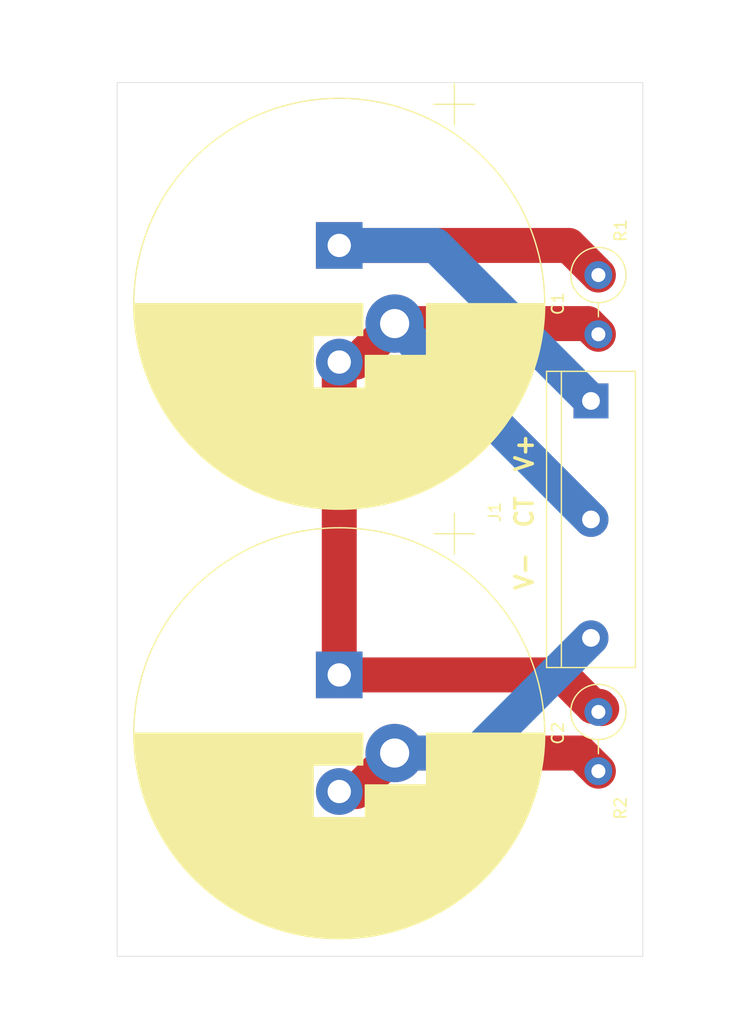
<source format=kicad_pcb>
(kicad_pcb (version 20171130) (host pcbnew "(5.1.12-1-10_14)")

  (general
    (thickness 1.6)
    (drawings 11)
    (tracks 21)
    (zones 0)
    (modules 9)
    (nets 4)
  )

  (page A)
  (title_block
    (title "Snap-in Capacitor Stack board")
    (date 2022-01-05)
    (rev 3.0)
    (company "Copyright (c) 2019 Jason R. Thorpe. See LICENSE.txt.")
  )

  (layers
    (0 F.Cu signal)
    (31 B.Cu signal)
    (32 B.Adhes user)
    (33 F.Adhes user)
    (34 B.Paste user)
    (35 F.Paste user)
    (36 B.SilkS user)
    (37 F.SilkS user)
    (38 B.Mask user)
    (39 F.Mask user)
    (40 Dwgs.User user)
    (41 Cmts.User user)
    (42 Eco1.User user)
    (43 Eco2.User user)
    (44 Edge.Cuts user)
    (45 Margin user)
    (46 B.CrtYd user)
    (47 F.CrtYd user)
    (48 B.Fab user)
    (49 F.Fab user)
  )

  (setup
    (last_trace_width 3)
    (trace_clearance 1)
    (zone_clearance 0.508)
    (zone_45_only no)
    (trace_min 0.2)
    (via_size 0.8)
    (via_drill 0.4)
    (via_min_size 0.4)
    (via_min_drill 0.3)
    (uvia_size 0.3)
    (uvia_drill 0.1)
    (uvias_allowed no)
    (uvia_min_size 0.2)
    (uvia_min_drill 0.1)
    (edge_width 0.05)
    (segment_width 0.2)
    (pcb_text_width 0.3)
    (pcb_text_size 1.5 1.5)
    (mod_edge_width 0.12)
    (mod_text_size 1 1)
    (mod_text_width 0.15)
    (pad_size 1.524 1.524)
    (pad_drill 0.762)
    (pad_to_mask_clearance 0)
    (aux_axis_origin 0 0)
    (visible_elements FFFFFF7F)
    (pcbplotparams
      (layerselection 0x010f0_ffffffff)
      (usegerberextensions false)
      (usegerberattributes true)
      (usegerberadvancedattributes true)
      (creategerberjobfile true)
      (excludeedgelayer true)
      (linewidth 0.100000)
      (plotframeref false)
      (viasonmask false)
      (mode 1)
      (useauxorigin false)
      (hpglpennumber 1)
      (hpglpenspeed 20)
      (hpglpendiameter 15.000000)
      (psnegative false)
      (psa4output false)
      (plotreference true)
      (plotvalue true)
      (plotinvisibletext false)
      (padsonsilk false)
      (subtractmaskfromsilk false)
      (outputformat 1)
      (mirror false)
      (drillshape 0)
      (scaleselection 1)
      (outputdirectory "Gerbers/"))
  )

  (net 0 "")
  (net 1 "Net-(C1-Pad1)")
  (net 2 "Net-(C1-Pad2)")
  (net 3 "Net-(C2-Pad2)")

  (net_class Default "This is the default net class."
    (clearance 1)
    (trace_width 3)
    (via_dia 0.8)
    (via_drill 0.4)
    (uvia_dia 0.3)
    (uvia_drill 0.1)
    (add_net "Net-(C1-Pad1)")
    (add_net "Net-(C1-Pad2)")
    (add_net "Net-(C2-Pad2)")
  )

  (module MountingHole:MountingHole_3.2mm_M3_DIN965 (layer F.Cu) (tedit 56D1B4CB) (tstamp 61D6F8D7)
    (at 111.76 52.705)
    (descr "Mounting Hole 3.2mm, no annular, M3, DIN965")
    (tags "mounting hole 3.2mm no annular m3 din965")
    (attr virtual)
    (fp_text reference REF** (at 0 -3.8) (layer F.SilkS) hide
      (effects (font (size 1 1) (thickness 0.15)))
    )
    (fp_text value MountingHole_3.2mm_M3_DIN965 (at 0 3.8) (layer F.Fab) hide
      (effects (font (size 1 1) (thickness 0.15)))
    )
    (fp_circle (center 0 0) (end 2.8 0) (layer Cmts.User) (width 0.15))
    (fp_circle (center 0 0) (end 3.05 0) (layer F.CrtYd) (width 0.05))
    (fp_text user %R (at 0.3 0) (layer F.Fab)
      (effects (font (size 1 1) (thickness 0.15)))
    )
    (pad 1 np_thru_hole circle (at 0 0) (size 3.2 3.2) (drill 3.2) (layers *.Cu *.Mask))
  )

  (module MountingHole:MountingHole_3.2mm_M3_DIN965 (layer F.Cu) (tedit 56D1B4CB) (tstamp 61D6F8C9)
    (at 111.76 120.015)
    (descr "Mounting Hole 3.2mm, no annular, M3, DIN965")
    (tags "mounting hole 3.2mm no annular m3 din965")
    (attr virtual)
    (fp_text reference REF** (at 0 -3.8) (layer F.SilkS) hide
      (effects (font (size 1 1) (thickness 0.15)))
    )
    (fp_text value MountingHole_3.2mm_M3_DIN965 (at 0 3.8) (layer F.Fab) hide
      (effects (font (size 1 1) (thickness 0.15)))
    )
    (fp_circle (center 0 0) (end 3.05 0) (layer F.CrtYd) (width 0.05))
    (fp_circle (center 0 0) (end 2.8 0) (layer Cmts.User) (width 0.15))
    (fp_text user %R (at 0.3 0) (layer F.Fab)
      (effects (font (size 1 1) (thickness 0.15)))
    )
    (pad 1 np_thru_hole circle (at 0 0) (size 3.2 3.2) (drill 3.2) (layers *.Cu *.Mask))
  )

  (module MountingHole:MountingHole_3.2mm_M3_DIN965 (layer F.Cu) (tedit 56D1B4CB) (tstamp 61D6F8BB)
    (at 149.225 120.015)
    (descr "Mounting Hole 3.2mm, no annular, M3, DIN965")
    (tags "mounting hole 3.2mm no annular m3 din965")
    (attr virtual)
    (fp_text reference REF** (at 0 -3.8) (layer F.SilkS) hide
      (effects (font (size 1 1) (thickness 0.15)))
    )
    (fp_text value MountingHole_3.2mm_M3_DIN965 (at 0 3.8) (layer F.Fab) hide
      (effects (font (size 1 1) (thickness 0.15)))
    )
    (fp_circle (center 0 0) (end 2.8 0) (layer Cmts.User) (width 0.15))
    (fp_circle (center 0 0) (end 3.05 0) (layer F.CrtYd) (width 0.05))
    (fp_text user %R (at 0.3 0) (layer F.Fab)
      (effects (font (size 1 1) (thickness 0.15)))
    )
    (pad 1 np_thru_hole circle (at 0 0) (size 3.2 3.2) (drill 3.2) (layers *.Cu *.Mask))
  )

  (module MountingHole:MountingHole_3.2mm_M3_DIN965 (layer F.Cu) (tedit 56D1B4CB) (tstamp 61D6F8A8)
    (at 149.225 52.705)
    (descr "Mounting Hole 3.2mm, no annular, M3, DIN965")
    (tags "mounting hole 3.2mm no annular m3 din965")
    (attr virtual)
    (fp_text reference REF** (at 0 -3.8) (layer F.SilkS) hide
      (effects (font (size 1 1) (thickness 0.15)))
    )
    (fp_text value MountingHole_3.2mm_M3_DIN965 (at 0 3.8) (layer F.Fab) hide
      (effects (font (size 1 1) (thickness 0.15)))
    )
    (fp_circle (center 0 0) (end 3.05 0) (layer F.CrtYd) (width 0.05))
    (fp_circle (center 0 0) (end 2.8 0) (layer Cmts.User) (width 0.15))
    (fp_text user %R (at 0.3 0) (layer F.Fab)
      (effects (font (size 1 1) (thickness 0.15)))
    )
    (pad 1 np_thru_hole circle (at 0 0) (size 3.2 3.2) (drill 3.2) (layers *.Cu *.Mask))
  )

  (module Capacitor_THT:CP_Radial_D35.0mm_P10.00mm_3pin_SnapIn (layer F.Cu) (tedit 5AE50EF2) (tstamp 61D6A5AA)
    (at 127 62.865 270)
    (descr "CP, Radial series, Radial, pin pitch=10.00mm, , diameter=35mm, Electrolytic Capacitor, , http://www.vishay.com/docs/28342/058059pll-si.pdf")
    (tags "CP Radial series Radial pin pitch 10.00mm  diameter 35mm Electrolytic Capacitor")
    (path /61E47A75)
    (fp_text reference C1 (at 5 -18.75 90) (layer F.SilkS)
      (effects (font (size 1 1) (thickness 0.15)))
    )
    (fp_text value CP1 (at 5 18.75 90) (layer F.Fab) hide
      (effects (font (size 1 1) (thickness 0.15)))
    )
    (fp_line (start -12.104002 -11.625) (end -12.104002 -8.125) (layer F.SilkS) (width 0.12))
    (fp_line (start -13.854002 -9.875) (end -10.354002 -9.875) (layer F.SilkS) (width 0.12))
    (fp_line (start 22.6 -0.8) (end 22.6 0.8) (layer F.SilkS) (width 0.12))
    (fp_line (start 22.56 -1.413) (end 22.56 1.413) (layer F.SilkS) (width 0.12))
    (fp_line (start 22.52 -1.835) (end 22.52 1.835) (layer F.SilkS) (width 0.12))
    (fp_line (start 22.48 -2.177) (end 22.48 2.177) (layer F.SilkS) (width 0.12))
    (fp_line (start 22.44 -2.473) (end 22.44 2.473) (layer F.SilkS) (width 0.12))
    (fp_line (start 22.4 -2.736) (end 22.4 2.736) (layer F.SilkS) (width 0.12))
    (fp_line (start 22.36 -2.976) (end 22.36 2.976) (layer F.SilkS) (width 0.12))
    (fp_line (start 22.32 -3.198) (end 22.32 3.198) (layer F.SilkS) (width 0.12))
    (fp_line (start 22.28 -3.405) (end 22.28 3.405) (layer F.SilkS) (width 0.12))
    (fp_line (start 22.24 -3.6) (end 22.24 3.6) (layer F.SilkS) (width 0.12))
    (fp_line (start 22.2 -3.785) (end 22.2 3.785) (layer F.SilkS) (width 0.12))
    (fp_line (start 22.16 -3.96) (end 22.16 3.96) (layer F.SilkS) (width 0.12))
    (fp_line (start 22.12 -4.128) (end 22.12 4.128) (layer F.SilkS) (width 0.12))
    (fp_line (start 22.08 -4.289) (end 22.08 4.289) (layer F.SilkS) (width 0.12))
    (fp_line (start 22.04 -4.444) (end 22.04 4.444) (layer F.SilkS) (width 0.12))
    (fp_line (start 22 -4.593) (end 22 4.593) (layer F.SilkS) (width 0.12))
    (fp_line (start 21.96 -4.738) (end 21.96 4.738) (layer F.SilkS) (width 0.12))
    (fp_line (start 21.92 -4.878) (end 21.92 4.878) (layer F.SilkS) (width 0.12))
    (fp_line (start 21.88 -5.013) (end 21.88 5.013) (layer F.SilkS) (width 0.12))
    (fp_line (start 21.84 -5.145) (end 21.84 5.145) (layer F.SilkS) (width 0.12))
    (fp_line (start 21.8 -5.273) (end 21.8 5.273) (layer F.SilkS) (width 0.12))
    (fp_line (start 21.76 -5.398) (end 21.76 5.398) (layer F.SilkS) (width 0.12))
    (fp_line (start 21.72 -5.52) (end 21.72 5.52) (layer F.SilkS) (width 0.12))
    (fp_line (start 21.68 -5.639) (end 21.68 5.639) (layer F.SilkS) (width 0.12))
    (fp_line (start 21.64 -5.755) (end 21.64 5.755) (layer F.SilkS) (width 0.12))
    (fp_line (start 21.6 -5.868) (end 21.6 5.868) (layer F.SilkS) (width 0.12))
    (fp_line (start 21.56 -5.98) (end 21.56 5.98) (layer F.SilkS) (width 0.12))
    (fp_line (start 21.52 -6.089) (end 21.52 6.089) (layer F.SilkS) (width 0.12))
    (fp_line (start 21.48 -6.195) (end 21.48 6.195) (layer F.SilkS) (width 0.12))
    (fp_line (start 21.44 -6.3) (end 21.44 6.3) (layer F.SilkS) (width 0.12))
    (fp_line (start 21.4 -6.403) (end 21.4 6.403) (layer F.SilkS) (width 0.12))
    (fp_line (start 21.36 -6.504) (end 21.36 6.504) (layer F.SilkS) (width 0.12))
    (fp_line (start 21.32 -6.603) (end 21.32 6.603) (layer F.SilkS) (width 0.12))
    (fp_line (start 21.28 -6.7) (end 21.28 6.7) (layer F.SilkS) (width 0.12))
    (fp_line (start 21.24 -6.796) (end 21.24 6.796) (layer F.SilkS) (width 0.12))
    (fp_line (start 21.2 -6.89) (end 21.2 6.89) (layer F.SilkS) (width 0.12))
    (fp_line (start 21.16 -6.983) (end 21.16 6.983) (layer F.SilkS) (width 0.12))
    (fp_line (start 21.12 -7.075) (end 21.12 7.075) (layer F.SilkS) (width 0.12))
    (fp_line (start 21.08 -7.165) (end 21.08 7.165) (layer F.SilkS) (width 0.12))
    (fp_line (start 21.04 -7.253) (end 21.04 7.253) (layer F.SilkS) (width 0.12))
    (fp_line (start 21 -7.341) (end 21 7.341) (layer F.SilkS) (width 0.12))
    (fp_line (start 20.96 -7.427) (end 20.96 7.427) (layer F.SilkS) (width 0.12))
    (fp_line (start 20.92 -7.512) (end 20.92 7.512) (layer F.SilkS) (width 0.12))
    (fp_line (start 20.88 -7.595) (end 20.88 7.595) (layer F.SilkS) (width 0.12))
    (fp_line (start 20.84 -7.678) (end 20.84 7.678) (layer F.SilkS) (width 0.12))
    (fp_line (start 20.8 -7.759) (end 20.8 7.759) (layer F.SilkS) (width 0.12))
    (fp_line (start 20.76 -7.84) (end 20.76 7.84) (layer F.SilkS) (width 0.12))
    (fp_line (start 20.72 -7.92) (end 20.72 7.92) (layer F.SilkS) (width 0.12))
    (fp_line (start 20.68 -7.998) (end 20.68 7.998) (layer F.SilkS) (width 0.12))
    (fp_line (start 20.64 -8.076) (end 20.64 8.076) (layer F.SilkS) (width 0.12))
    (fp_line (start 20.6 -8.152) (end 20.6 8.152) (layer F.SilkS) (width 0.12))
    (fp_line (start 20.56 -8.228) (end 20.56 8.228) (layer F.SilkS) (width 0.12))
    (fp_line (start 20.52 -8.303) (end 20.52 8.303) (layer F.SilkS) (width 0.12))
    (fp_line (start 20.48 -8.377) (end 20.48 8.377) (layer F.SilkS) (width 0.12))
    (fp_line (start 20.44 -8.45) (end 20.44 8.45) (layer F.SilkS) (width 0.12))
    (fp_line (start 20.4 -8.522) (end 20.4 8.522) (layer F.SilkS) (width 0.12))
    (fp_line (start 20.36 -8.594) (end 20.36 8.594) (layer F.SilkS) (width 0.12))
    (fp_line (start 20.32 -8.665) (end 20.32 8.665) (layer F.SilkS) (width 0.12))
    (fp_line (start 20.28 -8.735) (end 20.28 8.735) (layer F.SilkS) (width 0.12))
    (fp_line (start 20.24 -8.804) (end 20.24 8.804) (layer F.SilkS) (width 0.12))
    (fp_line (start 20.2 -8.873) (end 20.2 8.873) (layer F.SilkS) (width 0.12))
    (fp_line (start 20.16 -8.94) (end 20.16 8.94) (layer F.SilkS) (width 0.12))
    (fp_line (start 20.12 -9.008) (end 20.12 9.008) (layer F.SilkS) (width 0.12))
    (fp_line (start 20.08 -9.074) (end 20.08 9.074) (layer F.SilkS) (width 0.12))
    (fp_line (start 20.04 -9.14) (end 20.04 9.14) (layer F.SilkS) (width 0.12))
    (fp_line (start 20 -9.205) (end 20 9.205) (layer F.SilkS) (width 0.12))
    (fp_line (start 19.96 -9.27) (end 19.96 9.27) (layer F.SilkS) (width 0.12))
    (fp_line (start 19.92 -9.334) (end 19.92 9.334) (layer F.SilkS) (width 0.12))
    (fp_line (start 19.88 -9.397) (end 19.88 9.397) (layer F.SilkS) (width 0.12))
    (fp_line (start 19.84 -9.46) (end 19.84 9.46) (layer F.SilkS) (width 0.12))
    (fp_line (start 19.8 -9.522) (end 19.8 9.522) (layer F.SilkS) (width 0.12))
    (fp_line (start 19.76 -9.584) (end 19.76 9.584) (layer F.SilkS) (width 0.12))
    (fp_line (start 19.72 -9.645) (end 19.72 9.645) (layer F.SilkS) (width 0.12))
    (fp_line (start 19.68 -9.705) (end 19.68 9.705) (layer F.SilkS) (width 0.12))
    (fp_line (start 19.64 -9.765) (end 19.64 9.765) (layer F.SilkS) (width 0.12))
    (fp_line (start 19.6 -9.825) (end 19.6 9.825) (layer F.SilkS) (width 0.12))
    (fp_line (start 19.56 -9.884) (end 19.56 9.884) (layer F.SilkS) (width 0.12))
    (fp_line (start 19.52 -9.942) (end 19.52 9.942) (layer F.SilkS) (width 0.12))
    (fp_line (start 19.48 -10) (end 19.48 10) (layer F.SilkS) (width 0.12))
    (fp_line (start 19.44 -10.058) (end 19.44 10.058) (layer F.SilkS) (width 0.12))
    (fp_line (start 19.4 -10.115) (end 19.4 10.115) (layer F.SilkS) (width 0.12))
    (fp_line (start 19.36 -10.171) (end 19.36 10.171) (layer F.SilkS) (width 0.12))
    (fp_line (start 19.32 -10.227) (end 19.32 10.227) (layer F.SilkS) (width 0.12))
    (fp_line (start 19.28 -10.283) (end 19.28 10.283) (layer F.SilkS) (width 0.12))
    (fp_line (start 19.24 -10.338) (end 19.24 10.338) (layer F.SilkS) (width 0.12))
    (fp_line (start 19.2 -10.392) (end 19.2 10.392) (layer F.SilkS) (width 0.12))
    (fp_line (start 19.16 -10.447) (end 19.16 10.447) (layer F.SilkS) (width 0.12))
    (fp_line (start 19.12 -10.5) (end 19.12 10.5) (layer F.SilkS) (width 0.12))
    (fp_line (start 19.08 -10.554) (end 19.08 10.554) (layer F.SilkS) (width 0.12))
    (fp_line (start 19.04 -10.607) (end 19.04 10.607) (layer F.SilkS) (width 0.12))
    (fp_line (start 19 -10.659) (end 19 10.659) (layer F.SilkS) (width 0.12))
    (fp_line (start 18.96 -10.711) (end 18.96 10.711) (layer F.SilkS) (width 0.12))
    (fp_line (start 18.92 -10.763) (end 18.92 10.763) (layer F.SilkS) (width 0.12))
    (fp_line (start 18.88 -10.815) (end 18.88 10.815) (layer F.SilkS) (width 0.12))
    (fp_line (start 18.84 -10.865) (end 18.84 10.865) (layer F.SilkS) (width 0.12))
    (fp_line (start 18.8 -10.916) (end 18.8 10.916) (layer F.SilkS) (width 0.12))
    (fp_line (start 18.76 -10.966) (end 18.76 10.966) (layer F.SilkS) (width 0.12))
    (fp_line (start 18.72 -11.016) (end 18.72 11.016) (layer F.SilkS) (width 0.12))
    (fp_line (start 18.68 -11.066) (end 18.68 11.066) (layer F.SilkS) (width 0.12))
    (fp_line (start 18.64 -11.115) (end 18.64 11.115) (layer F.SilkS) (width 0.12))
    (fp_line (start 18.6 -11.163) (end 18.6 11.163) (layer F.SilkS) (width 0.12))
    (fp_line (start 18.56 -11.212) (end 18.56 11.212) (layer F.SilkS) (width 0.12))
    (fp_line (start 18.52 -11.26) (end 18.52 11.26) (layer F.SilkS) (width 0.12))
    (fp_line (start 18.48 -11.307) (end 18.48 11.307) (layer F.SilkS) (width 0.12))
    (fp_line (start 18.44 -11.355) (end 18.44 11.355) (layer F.SilkS) (width 0.12))
    (fp_line (start 18.4 -11.402) (end 18.4 11.402) (layer F.SilkS) (width 0.12))
    (fp_line (start 18.36 -11.449) (end 18.36 11.449) (layer F.SilkS) (width 0.12))
    (fp_line (start 18.32 -11.495) (end 18.32 11.495) (layer F.SilkS) (width 0.12))
    (fp_line (start 18.28 -11.541) (end 18.28 11.541) (layer F.SilkS) (width 0.12))
    (fp_line (start 18.24 -11.587) (end 18.24 11.587) (layer F.SilkS) (width 0.12))
    (fp_line (start 18.2 -11.632) (end 18.2 11.632) (layer F.SilkS) (width 0.12))
    (fp_line (start 18.16 -11.677) (end 18.16 11.677) (layer F.SilkS) (width 0.12))
    (fp_line (start 18.12 -11.722) (end 18.12 11.722) (layer F.SilkS) (width 0.12))
    (fp_line (start 18.08 -11.766) (end 18.08 11.766) (layer F.SilkS) (width 0.12))
    (fp_line (start 18.04 -11.811) (end 18.04 11.811) (layer F.SilkS) (width 0.12))
    (fp_line (start 18 -11.854) (end 18 11.854) (layer F.SilkS) (width 0.12))
    (fp_line (start 17.96 -11.898) (end 17.96 11.898) (layer F.SilkS) (width 0.12))
    (fp_line (start 17.92 -11.941) (end 17.92 11.941) (layer F.SilkS) (width 0.12))
    (fp_line (start 17.88 -11.984) (end 17.88 11.984) (layer F.SilkS) (width 0.12))
    (fp_line (start 17.84 -12.027) (end 17.84 12.027) (layer F.SilkS) (width 0.12))
    (fp_line (start 17.8 -12.069) (end 17.8 12.069) (layer F.SilkS) (width 0.12))
    (fp_line (start 17.76 -12.111) (end 17.76 12.111) (layer F.SilkS) (width 0.12))
    (fp_line (start 17.72 -12.153) (end 17.72 12.153) (layer F.SilkS) (width 0.12))
    (fp_line (start 17.68 -12.195) (end 17.68 12.195) (layer F.SilkS) (width 0.12))
    (fp_line (start 17.64 -12.236) (end 17.64 12.236) (layer F.SilkS) (width 0.12))
    (fp_line (start 17.6 -12.277) (end 17.6 12.277) (layer F.SilkS) (width 0.12))
    (fp_line (start 17.56 -12.318) (end 17.56 12.318) (layer F.SilkS) (width 0.12))
    (fp_line (start 17.52 -12.359) (end 17.52 12.359) (layer F.SilkS) (width 0.12))
    (fp_line (start 17.48 -12.399) (end 17.48 12.399) (layer F.SilkS) (width 0.12))
    (fp_line (start 17.44 -12.439) (end 17.44 12.439) (layer F.SilkS) (width 0.12))
    (fp_line (start 17.4 -12.479) (end 17.4 12.479) (layer F.SilkS) (width 0.12))
    (fp_line (start 17.36 -12.518) (end 17.36 12.518) (layer F.SilkS) (width 0.12))
    (fp_line (start 17.32 -12.557) (end 17.32 12.557) (layer F.SilkS) (width 0.12))
    (fp_line (start 17.28 -12.596) (end 17.28 12.596) (layer F.SilkS) (width 0.12))
    (fp_line (start 17.24 -12.635) (end 17.24 12.635) (layer F.SilkS) (width 0.12))
    (fp_line (start 17.2 -12.674) (end 17.2 12.674) (layer F.SilkS) (width 0.12))
    (fp_line (start 17.16 -12.712) (end 17.16 12.712) (layer F.SilkS) (width 0.12))
    (fp_line (start 17.12 -12.75) (end 17.12 12.75) (layer F.SilkS) (width 0.12))
    (fp_line (start 17.08 -12.788) (end 17.08 12.788) (layer F.SilkS) (width 0.12))
    (fp_line (start 17.04 -12.825) (end 17.04 12.825) (layer F.SilkS) (width 0.12))
    (fp_line (start 17 -12.863) (end 17 12.863) (layer F.SilkS) (width 0.12))
    (fp_line (start 16.96 -12.9) (end 16.96 12.9) (layer F.SilkS) (width 0.12))
    (fp_line (start 16.92 -12.937) (end 16.92 12.937) (layer F.SilkS) (width 0.12))
    (fp_line (start 16.88 -12.973) (end 16.88 12.973) (layer F.SilkS) (width 0.12))
    (fp_line (start 16.84 -13.01) (end 16.84 13.01) (layer F.SilkS) (width 0.12))
    (fp_line (start 16.8 -13.046) (end 16.8 13.046) (layer F.SilkS) (width 0.12))
    (fp_line (start 16.76 -13.082) (end 16.76 13.082) (layer F.SilkS) (width 0.12))
    (fp_line (start 16.72 -13.117) (end 16.72 13.117) (layer F.SilkS) (width 0.12))
    (fp_line (start 16.68 -13.153) (end 16.68 13.153) (layer F.SilkS) (width 0.12))
    (fp_line (start 16.64 -13.188) (end 16.64 13.188) (layer F.SilkS) (width 0.12))
    (fp_line (start 16.6 -13.223) (end 16.6 13.223) (layer F.SilkS) (width 0.12))
    (fp_line (start 16.56 -13.258) (end 16.56 13.258) (layer F.SilkS) (width 0.12))
    (fp_line (start 16.52 -13.293) (end 16.52 13.293) (layer F.SilkS) (width 0.12))
    (fp_line (start 16.48 -13.327) (end 16.48 13.327) (layer F.SilkS) (width 0.12))
    (fp_line (start 16.44 -13.362) (end 16.44 13.362) (layer F.SilkS) (width 0.12))
    (fp_line (start 16.4 -13.396) (end 16.4 13.396) (layer F.SilkS) (width 0.12))
    (fp_line (start 16.36 -13.43) (end 16.36 13.43) (layer F.SilkS) (width 0.12))
    (fp_line (start 16.32 -13.463) (end 16.32 13.463) (layer F.SilkS) (width 0.12))
    (fp_line (start 16.28 -13.497) (end 16.28 13.497) (layer F.SilkS) (width 0.12))
    (fp_line (start 16.24 -13.53) (end 16.24 13.53) (layer F.SilkS) (width 0.12))
    (fp_line (start 16.2 -13.563) (end 16.2 13.563) (layer F.SilkS) (width 0.12))
    (fp_line (start 16.16 -13.596) (end 16.16 13.596) (layer F.SilkS) (width 0.12))
    (fp_line (start 16.12 -13.628) (end 16.12 13.628) (layer F.SilkS) (width 0.12))
    (fp_line (start 16.08 -13.661) (end 16.08 13.661) (layer F.SilkS) (width 0.12))
    (fp_line (start 16.04 -13.693) (end 16.04 13.693) (layer F.SilkS) (width 0.12))
    (fp_line (start 16 -13.725) (end 16 13.725) (layer F.SilkS) (width 0.12))
    (fp_line (start 15.96 -13.757) (end 15.96 13.757) (layer F.SilkS) (width 0.12))
    (fp_line (start 15.92 -13.789) (end 15.92 13.789) (layer F.SilkS) (width 0.12))
    (fp_line (start 15.88 -13.82) (end 15.88 13.82) (layer F.SilkS) (width 0.12))
    (fp_line (start 15.84 -13.851) (end 15.84 13.851) (layer F.SilkS) (width 0.12))
    (fp_line (start 15.8 -13.883) (end 15.8 13.883) (layer F.SilkS) (width 0.12))
    (fp_line (start 15.76 -13.914) (end 15.76 13.914) (layer F.SilkS) (width 0.12))
    (fp_line (start 15.72 -13.944) (end 15.72 13.944) (layer F.SilkS) (width 0.12))
    (fp_line (start 15.68 -13.975) (end 15.68 13.975) (layer F.SilkS) (width 0.12))
    (fp_line (start 15.64 -14.005) (end 15.64 14.005) (layer F.SilkS) (width 0.12))
    (fp_line (start 15.6 -14.035) (end 15.6 14.035) (layer F.SilkS) (width 0.12))
    (fp_line (start 15.56 -14.065) (end 15.56 14.065) (layer F.SilkS) (width 0.12))
    (fp_line (start 15.52 -14.095) (end 15.52 14.095) (layer F.SilkS) (width 0.12))
    (fp_line (start 15.48 -14.125) (end 15.48 14.125) (layer F.SilkS) (width 0.12))
    (fp_line (start 15.44 -14.155) (end 15.44 14.155) (layer F.SilkS) (width 0.12))
    (fp_line (start 15.4 -14.184) (end 15.4 14.184) (layer F.SilkS) (width 0.12))
    (fp_line (start 15.36 -14.213) (end 15.36 14.213) (layer F.SilkS) (width 0.12))
    (fp_line (start 15.32 -14.242) (end 15.32 14.242) (layer F.SilkS) (width 0.12))
    (fp_line (start 15.28 -14.271) (end 15.28 14.271) (layer F.SilkS) (width 0.12))
    (fp_line (start 15.24 -14.299) (end 15.24 14.299) (layer F.SilkS) (width 0.12))
    (fp_line (start 15.2 -14.328) (end 15.2 14.328) (layer F.SilkS) (width 0.12))
    (fp_line (start 15.16 -14.356) (end 15.16 14.356) (layer F.SilkS) (width 0.12))
    (fp_line (start 15.12 -14.384) (end 15.12 14.384) (layer F.SilkS) (width 0.12))
    (fp_line (start 15.08 -14.412) (end 15.08 14.412) (layer F.SilkS) (width 0.12))
    (fp_line (start 15.04 -14.44) (end 15.04 14.44) (layer F.SilkS) (width 0.12))
    (fp_line (start 15 -14.468) (end 15 14.468) (layer F.SilkS) (width 0.12))
    (fp_line (start 14.96 -14.495) (end 14.96 14.495) (layer F.SilkS) (width 0.12))
    (fp_line (start 14.92 -14.523) (end 14.92 14.523) (layer F.SilkS) (width 0.12))
    (fp_line (start 14.88 -14.55) (end 14.88 14.55) (layer F.SilkS) (width 0.12))
    (fp_line (start 14.84 -14.577) (end 14.84 14.577) (layer F.SilkS) (width 0.12))
    (fp_line (start 14.8 -14.604) (end 14.8 14.604) (layer F.SilkS) (width 0.12))
    (fp_line (start 14.76 -14.63) (end 14.76 14.63) (layer F.SilkS) (width 0.12))
    (fp_line (start 14.72 -14.657) (end 14.72 14.657) (layer F.SilkS) (width 0.12))
    (fp_line (start 14.68 -14.683) (end 14.68 14.683) (layer F.SilkS) (width 0.12))
    (fp_line (start 14.64 -14.71) (end 14.64 14.71) (layer F.SilkS) (width 0.12))
    (fp_line (start 14.6 -14.736) (end 14.6 14.736) (layer F.SilkS) (width 0.12))
    (fp_line (start 14.56 -14.762) (end 14.56 14.762) (layer F.SilkS) (width 0.12))
    (fp_line (start 14.52 -14.787) (end 14.52 14.787) (layer F.SilkS) (width 0.12))
    (fp_line (start 14.48 -14.813) (end 14.48 14.813) (layer F.SilkS) (width 0.12))
    (fp_line (start 14.44 -14.838) (end 14.44 14.838) (layer F.SilkS) (width 0.12))
    (fp_line (start 14.4 -14.864) (end 14.4 14.864) (layer F.SilkS) (width 0.12))
    (fp_line (start 14.36 -14.889) (end 14.36 14.889) (layer F.SilkS) (width 0.12))
    (fp_line (start 14.32 -14.914) (end 14.32 14.914) (layer F.SilkS) (width 0.12))
    (fp_line (start 14.28 -14.939) (end 14.28 14.939) (layer F.SilkS) (width 0.12))
    (fp_line (start 14.24 -14.963) (end 14.24 14.963) (layer F.SilkS) (width 0.12))
    (fp_line (start 14.2 -14.988) (end 14.2 14.988) (layer F.SilkS) (width 0.12))
    (fp_line (start 14.16 -15.012) (end 14.16 15.012) (layer F.SilkS) (width 0.12))
    (fp_line (start 14.12 -15.037) (end 14.12 15.037) (layer F.SilkS) (width 0.12))
    (fp_line (start 14.08 -15.061) (end 14.08 15.061) (layer F.SilkS) (width 0.12))
    (fp_line (start 14.04 -15.085) (end 14.04 15.085) (layer F.SilkS) (width 0.12))
    (fp_line (start 14 -15.109) (end 14 15.109) (layer F.SilkS) (width 0.12))
    (fp_line (start 13.96 -15.132) (end 13.96 15.132) (layer F.SilkS) (width 0.12))
    (fp_line (start 13.92 -15.156) (end 13.92 15.156) (layer F.SilkS) (width 0.12))
    (fp_line (start 13.88 -15.179) (end 13.88 15.179) (layer F.SilkS) (width 0.12))
    (fp_line (start 13.84 -15.203) (end 13.84 15.203) (layer F.SilkS) (width 0.12))
    (fp_line (start 13.8 -15.226) (end 13.8 15.226) (layer F.SilkS) (width 0.12))
    (fp_line (start 13.76 -15.249) (end 13.76 15.249) (layer F.SilkS) (width 0.12))
    (fp_line (start 13.72 -15.271) (end 13.72 15.271) (layer F.SilkS) (width 0.12))
    (fp_line (start 13.68 -15.294) (end 13.68 15.294) (layer F.SilkS) (width 0.12))
    (fp_line (start 13.64 -15.317) (end 13.64 15.317) (layer F.SilkS) (width 0.12))
    (fp_line (start 13.6 -15.339) (end 13.6 15.339) (layer F.SilkS) (width 0.12))
    (fp_line (start 13.56 -15.361) (end 13.56 15.361) (layer F.SilkS) (width 0.12))
    (fp_line (start 13.52 -15.384) (end 13.52 15.384) (layer F.SilkS) (width 0.12))
    (fp_line (start 13.48 -15.406) (end 13.48 15.406) (layer F.SilkS) (width 0.12))
    (fp_line (start 13.44 -15.428) (end 13.44 15.428) (layer F.SilkS) (width 0.12))
    (fp_line (start 13.4 -15.449) (end 13.4 15.449) (layer F.SilkS) (width 0.12))
    (fp_line (start 13.36 -15.471) (end 13.36 15.471) (layer F.SilkS) (width 0.12))
    (fp_line (start 13.32 -15.492) (end 13.32 15.492) (layer F.SilkS) (width 0.12))
    (fp_line (start 13.28 -15.514) (end 13.28 15.514) (layer F.SilkS) (width 0.12))
    (fp_line (start 13.24 -15.535) (end 13.24 15.535) (layer F.SilkS) (width 0.12))
    (fp_line (start 13.2 -15.556) (end 13.2 15.556) (layer F.SilkS) (width 0.12))
    (fp_line (start 13.161 -15.577) (end 13.161 15.577) (layer F.SilkS) (width 0.12))
    (fp_line (start 13.121 -15.598) (end 13.121 15.598) (layer F.SilkS) (width 0.12))
    (fp_line (start 13.081 -15.619) (end 13.081 15.619) (layer F.SilkS) (width 0.12))
    (fp_line (start 13.041 -15.639) (end 13.041 15.639) (layer F.SilkS) (width 0.12))
    (fp_line (start 13.001 -15.66) (end 13.001 15.66) (layer F.SilkS) (width 0.12))
    (fp_line (start 12.961 -15.68) (end 12.961 15.68) (layer F.SilkS) (width 0.12))
    (fp_line (start 12.921 -15.7) (end 12.921 15.7) (layer F.SilkS) (width 0.12))
    (fp_line (start 12.881 -15.72) (end 12.881 15.72) (layer F.SilkS) (width 0.12))
    (fp_line (start 12.841 -15.74) (end 12.841 15.74) (layer F.SilkS) (width 0.12))
    (fp_line (start 12.801 -15.76) (end 12.801 15.76) (layer F.SilkS) (width 0.12))
    (fp_line (start 12.761 -15.78) (end 12.761 15.78) (layer F.SilkS) (width 0.12))
    (fp_line (start 12.721 -15.799) (end 12.721 15.799) (layer F.SilkS) (width 0.12))
    (fp_line (start 12.681 -15.819) (end 12.681 15.819) (layer F.SilkS) (width 0.12))
    (fp_line (start 12.641 -15.838) (end 12.641 15.838) (layer F.SilkS) (width 0.12))
    (fp_line (start 12.601 -15.857) (end 12.601 15.857) (layer F.SilkS) (width 0.12))
    (fp_line (start 12.561 -15.876) (end 12.561 15.876) (layer F.SilkS) (width 0.12))
    (fp_line (start 12.521 -15.895) (end 12.521 15.895) (layer F.SilkS) (width 0.12))
    (fp_line (start 12.481 -15.914) (end 12.481 15.914) (layer F.SilkS) (width 0.12))
    (fp_line (start 12.441 -15.933) (end 12.441 15.933) (layer F.SilkS) (width 0.12))
    (fp_line (start 12.401 -15.951) (end 12.401 15.951) (layer F.SilkS) (width 0.12))
    (fp_line (start 12.361 -15.97) (end 12.361 15.97) (layer F.SilkS) (width 0.12))
    (fp_line (start 12.321 -15.988) (end 12.321 15.988) (layer F.SilkS) (width 0.12))
    (fp_line (start 12.281 -16.006) (end 12.281 16.006) (layer F.SilkS) (width 0.12))
    (fp_line (start 12.241 -16.024) (end 12.241 16.024) (layer F.SilkS) (width 0.12))
    (fp_line (start 12.201 2.24) (end 12.201 16.042) (layer F.SilkS) (width 0.12))
    (fp_line (start 12.201 -16.042) (end 12.201 -2.24) (layer F.SilkS) (width 0.12))
    (fp_line (start 12.161 2.24) (end 12.161 16.06) (layer F.SilkS) (width 0.12))
    (fp_line (start 12.161 -16.06) (end 12.161 -2.24) (layer F.SilkS) (width 0.12))
    (fp_line (start 12.121 2.24) (end 12.121 16.078) (layer F.SilkS) (width 0.12))
    (fp_line (start 12.121 -16.078) (end 12.121 -2.24) (layer F.SilkS) (width 0.12))
    (fp_line (start 12.081 2.24) (end 12.081 16.095) (layer F.SilkS) (width 0.12))
    (fp_line (start 12.081 -16.095) (end 12.081 -2.24) (layer F.SilkS) (width 0.12))
    (fp_line (start 12.041 2.24) (end 12.041 16.113) (layer F.SilkS) (width 0.12))
    (fp_line (start 12.041 -16.113) (end 12.041 -2.24) (layer F.SilkS) (width 0.12))
    (fp_line (start 12.001 2.24) (end 12.001 16.13) (layer F.SilkS) (width 0.12))
    (fp_line (start 12.001 -16.13) (end 12.001 -2.24) (layer F.SilkS) (width 0.12))
    (fp_line (start 11.961 2.24) (end 11.961 16.148) (layer F.SilkS) (width 0.12))
    (fp_line (start 11.961 -16.148) (end 11.961 -2.24) (layer F.SilkS) (width 0.12))
    (fp_line (start 11.921 2.24) (end 11.921 16.165) (layer F.SilkS) (width 0.12))
    (fp_line (start 11.921 -16.165) (end 11.921 -2.24) (layer F.SilkS) (width 0.12))
    (fp_line (start 11.881 2.24) (end 11.881 16.182) (layer F.SilkS) (width 0.12))
    (fp_line (start 11.881 -16.182) (end 11.881 -2.24) (layer F.SilkS) (width 0.12))
    (fp_line (start 11.841 2.24) (end 11.841 16.199) (layer F.SilkS) (width 0.12))
    (fp_line (start 11.841 -16.199) (end 11.841 -2.24) (layer F.SilkS) (width 0.12))
    (fp_line (start 11.801 2.24) (end 11.801 16.215) (layer F.SilkS) (width 0.12))
    (fp_line (start 11.801 -16.215) (end 11.801 -2.24) (layer F.SilkS) (width 0.12))
    (fp_line (start 11.761 2.24) (end 11.761 16.232) (layer F.SilkS) (width 0.12))
    (fp_line (start 11.761 -16.232) (end 11.761 -2.24) (layer F.SilkS) (width 0.12))
    (fp_line (start 11.721 2.24) (end 11.721 16.249) (layer F.SilkS) (width 0.12))
    (fp_line (start 11.721 -16.249) (end 11.721 -2.24) (layer F.SilkS) (width 0.12))
    (fp_line (start 11.681 2.24) (end 11.681 16.265) (layer F.SilkS) (width 0.12))
    (fp_line (start 11.681 -16.265) (end 11.681 -2.24) (layer F.SilkS) (width 0.12))
    (fp_line (start 11.641 2.24) (end 11.641 16.281) (layer F.SilkS) (width 0.12))
    (fp_line (start 11.641 -16.281) (end 11.641 -2.24) (layer F.SilkS) (width 0.12))
    (fp_line (start 11.601 2.24) (end 11.601 16.298) (layer F.SilkS) (width 0.12))
    (fp_line (start 11.601 -16.298) (end 11.601 -2.24) (layer F.SilkS) (width 0.12))
    (fp_line (start 11.561 2.24) (end 11.561 16.314) (layer F.SilkS) (width 0.12))
    (fp_line (start 11.561 -16.314) (end 11.561 -2.24) (layer F.SilkS) (width 0.12))
    (fp_line (start 11.521 2.24) (end 11.521 16.33) (layer F.SilkS) (width 0.12))
    (fp_line (start 11.521 -16.33) (end 11.521 -2.24) (layer F.SilkS) (width 0.12))
    (fp_line (start 11.481 2.24) (end 11.481 16.346) (layer F.SilkS) (width 0.12))
    (fp_line (start 11.481 -16.346) (end 11.481 -2.24) (layer F.SilkS) (width 0.12))
    (fp_line (start 11.441 2.24) (end 11.441 16.361) (layer F.SilkS) (width 0.12))
    (fp_line (start 11.441 -16.361) (end 11.441 -2.24) (layer F.SilkS) (width 0.12))
    (fp_line (start 11.401 2.24) (end 11.401 16.377) (layer F.SilkS) (width 0.12))
    (fp_line (start 11.401 -16.377) (end 11.401 -2.24) (layer F.SilkS) (width 0.12))
    (fp_line (start 11.361 2.24) (end 11.361 16.393) (layer F.SilkS) (width 0.12))
    (fp_line (start 11.361 -16.393) (end 11.361 -2.24) (layer F.SilkS) (width 0.12))
    (fp_line (start 11.321 2.24) (end 11.321 16.408) (layer F.SilkS) (width 0.12))
    (fp_line (start 11.321 -16.408) (end 11.321 -2.24) (layer F.SilkS) (width 0.12))
    (fp_line (start 11.281 2.24) (end 11.281 16.423) (layer F.SilkS) (width 0.12))
    (fp_line (start 11.281 -16.423) (end 11.281 -2.24) (layer F.SilkS) (width 0.12))
    (fp_line (start 11.241 2.24) (end 11.241 16.439) (layer F.SilkS) (width 0.12))
    (fp_line (start 11.241 -16.439) (end 11.241 -2.24) (layer F.SilkS) (width 0.12))
    (fp_line (start 11.201 2.24) (end 11.201 16.454) (layer F.SilkS) (width 0.12))
    (fp_line (start 11.201 -16.454) (end 11.201 -2.24) (layer F.SilkS) (width 0.12))
    (fp_line (start 11.161 2.24) (end 11.161 16.469) (layer F.SilkS) (width 0.12))
    (fp_line (start 11.161 -16.469) (end 11.161 -2.24) (layer F.SilkS) (width 0.12))
    (fp_line (start 11.121 2.24) (end 11.121 16.484) (layer F.SilkS) (width 0.12))
    (fp_line (start 11.121 -16.484) (end 11.121 -2.24) (layer F.SilkS) (width 0.12))
    (fp_line (start 11.081 2.24) (end 11.081 16.498) (layer F.SilkS) (width 0.12))
    (fp_line (start 11.081 -16.498) (end 11.081 -2.24) (layer F.SilkS) (width 0.12))
    (fp_line (start 11.041 2.24) (end 11.041 16.513) (layer F.SilkS) (width 0.12))
    (fp_line (start 11.041 -16.513) (end 11.041 -2.24) (layer F.SilkS) (width 0.12))
    (fp_line (start 11.001 2.24) (end 11.001 16.527) (layer F.SilkS) (width 0.12))
    (fp_line (start 11.001 -16.527) (end 11.001 -2.24) (layer F.SilkS) (width 0.12))
    (fp_line (start 10.961 2.24) (end 10.961 16.542) (layer F.SilkS) (width 0.12))
    (fp_line (start 10.961 -16.542) (end 10.961 -2.24) (layer F.SilkS) (width 0.12))
    (fp_line (start 10.921 2.24) (end 10.921 16.556) (layer F.SilkS) (width 0.12))
    (fp_line (start 10.921 -16.556) (end 10.921 -2.24) (layer F.SilkS) (width 0.12))
    (fp_line (start 10.881 2.24) (end 10.881 16.57) (layer F.SilkS) (width 0.12))
    (fp_line (start 10.881 -16.57) (end 10.881 -2.24) (layer F.SilkS) (width 0.12))
    (fp_line (start 10.841 2.24) (end 10.841 16.585) (layer F.SilkS) (width 0.12))
    (fp_line (start 10.841 -16.585) (end 10.841 -2.24) (layer F.SilkS) (width 0.12))
    (fp_line (start 10.801 2.24) (end 10.801 16.599) (layer F.SilkS) (width 0.12))
    (fp_line (start 10.801 -16.599) (end 10.801 -2.24) (layer F.SilkS) (width 0.12))
    (fp_line (start 10.761 2.24) (end 10.761 16.612) (layer F.SilkS) (width 0.12))
    (fp_line (start 10.761 -16.612) (end 10.761 -2.24) (layer F.SilkS) (width 0.12))
    (fp_line (start 10.721 2.24) (end 10.721 16.626) (layer F.SilkS) (width 0.12))
    (fp_line (start 10.721 -16.626) (end 10.721 -2.24) (layer F.SilkS) (width 0.12))
    (fp_line (start 10.681 2.24) (end 10.681 16.64) (layer F.SilkS) (width 0.12))
    (fp_line (start 10.681 -16.64) (end 10.681 -2.24) (layer F.SilkS) (width 0.12))
    (fp_line (start 10.641 2.24) (end 10.641 16.653) (layer F.SilkS) (width 0.12))
    (fp_line (start 10.641 -16.653) (end 10.641 -2.24) (layer F.SilkS) (width 0.12))
    (fp_line (start 10.601 2.24) (end 10.601 16.667) (layer F.SilkS) (width 0.12))
    (fp_line (start 10.601 -16.667) (end 10.601 -2.24) (layer F.SilkS) (width 0.12))
    (fp_line (start 10.561 2.24) (end 10.561 16.68) (layer F.SilkS) (width 0.12))
    (fp_line (start 10.561 -16.68) (end 10.561 -2.24) (layer F.SilkS) (width 0.12))
    (fp_line (start 10.521 2.24) (end 10.521 16.694) (layer F.SilkS) (width 0.12))
    (fp_line (start 10.521 -16.694) (end 10.521 -2.24) (layer F.SilkS) (width 0.12))
    (fp_line (start 10.481 2.24) (end 10.481 16.707) (layer F.SilkS) (width 0.12))
    (fp_line (start 10.481 -16.707) (end 10.481 -2.24) (layer F.SilkS) (width 0.12))
    (fp_line (start 10.441 2.24) (end 10.441 16.72) (layer F.SilkS) (width 0.12))
    (fp_line (start 10.441 -16.72) (end 10.441 -2.24) (layer F.SilkS) (width 0.12))
    (fp_line (start 10.401 2.24) (end 10.401 16.733) (layer F.SilkS) (width 0.12))
    (fp_line (start 10.401 -16.733) (end 10.401 -2.24) (layer F.SilkS) (width 0.12))
    (fp_line (start 10.361 2.24) (end 10.361 16.745) (layer F.SilkS) (width 0.12))
    (fp_line (start 10.361 -16.745) (end 10.361 -2.24) (layer F.SilkS) (width 0.12))
    (fp_line (start 10.321 2.24) (end 10.321 16.758) (layer F.SilkS) (width 0.12))
    (fp_line (start 10.321 -16.758) (end 10.321 -2.24) (layer F.SilkS) (width 0.12))
    (fp_line (start 10.281 2.24) (end 10.281 16.771) (layer F.SilkS) (width 0.12))
    (fp_line (start 10.281 -16.771) (end 10.281 -2.24) (layer F.SilkS) (width 0.12))
    (fp_line (start 10.241 2.24) (end 10.241 16.783) (layer F.SilkS) (width 0.12))
    (fp_line (start 10.241 -16.783) (end 10.241 -2.24) (layer F.SilkS) (width 0.12))
    (fp_line (start 10.201 2.24) (end 10.201 16.796) (layer F.SilkS) (width 0.12))
    (fp_line (start 10.201 -16.796) (end 10.201 -2.24) (layer F.SilkS) (width 0.12))
    (fp_line (start 10.161 2.24) (end 10.161 16.808) (layer F.SilkS) (width 0.12))
    (fp_line (start 10.161 -16.808) (end 10.161 -2.24) (layer F.SilkS) (width 0.12))
    (fp_line (start 10.121 2.24) (end 10.121 16.82) (layer F.SilkS) (width 0.12))
    (fp_line (start 10.121 -16.82) (end 10.121 -2.24) (layer F.SilkS) (width 0.12))
    (fp_line (start 10.081 2.24) (end 10.081 16.832) (layer F.SilkS) (width 0.12))
    (fp_line (start 10.081 -16.832) (end 10.081 -2.24) (layer F.SilkS) (width 0.12))
    (fp_line (start 10.041 2.24) (end 10.041 16.844) (layer F.SilkS) (width 0.12))
    (fp_line (start 10.041 -16.844) (end 10.041 -2.24) (layer F.SilkS) (width 0.12))
    (fp_line (start 10.001 2.24) (end 10.001 16.856) (layer F.SilkS) (width 0.12))
    (fp_line (start 10.001 -16.856) (end 10.001 -2.24) (layer F.SilkS) (width 0.12))
    (fp_line (start 9.961 2.24) (end 9.961 16.868) (layer F.SilkS) (width 0.12))
    (fp_line (start 9.961 -16.868) (end 9.961 -2.24) (layer F.SilkS) (width 0.12))
    (fp_line (start 9.921 2.24) (end 9.921 16.88) (layer F.SilkS) (width 0.12))
    (fp_line (start 9.921 -16.88) (end 9.921 -2.24) (layer F.SilkS) (width 0.12))
    (fp_line (start 9.881 2.24) (end 9.881 16.891) (layer F.SilkS) (width 0.12))
    (fp_line (start 9.881 -16.891) (end 9.881 -2.24) (layer F.SilkS) (width 0.12))
    (fp_line (start 9.841 2.24) (end 9.841 16.903) (layer F.SilkS) (width 0.12))
    (fp_line (start 9.841 -16.903) (end 9.841 -2.24) (layer F.SilkS) (width 0.12))
    (fp_line (start 9.801 2.24) (end 9.801 16.914) (layer F.SilkS) (width 0.12))
    (fp_line (start 9.801 -16.914) (end 9.801 -2.24) (layer F.SilkS) (width 0.12))
    (fp_line (start 9.761 2.24) (end 9.761 16.925) (layer F.SilkS) (width 0.12))
    (fp_line (start 9.761 -16.925) (end 9.761 -2.24) (layer F.SilkS) (width 0.12))
    (fp_line (start 9.721 2.24) (end 9.721 16.937) (layer F.SilkS) (width 0.12))
    (fp_line (start 9.721 -16.937) (end 9.721 -2.24) (layer F.SilkS) (width 0.12))
    (fp_line (start 9.681 2.24) (end 9.681 16.948) (layer F.SilkS) (width 0.12))
    (fp_line (start 9.681 -16.948) (end 9.681 -2.24) (layer F.SilkS) (width 0.12))
    (fp_line (start 9.641 2.24) (end 9.641 16.959) (layer F.SilkS) (width 0.12))
    (fp_line (start 9.641 -16.959) (end 9.641 -2.24) (layer F.SilkS) (width 0.12))
    (fp_line (start 9.601 2.24) (end 9.601 16.969) (layer F.SilkS) (width 0.12))
    (fp_line (start 9.601 -16.969) (end 9.601 -2.24) (layer F.SilkS) (width 0.12))
    (fp_line (start 9.561 2.24) (end 9.561 16.98) (layer F.SilkS) (width 0.12))
    (fp_line (start 9.561 -16.98) (end 9.561 -2.24) (layer F.SilkS) (width 0.12))
    (fp_line (start 9.521 2.24) (end 9.521 16.991) (layer F.SilkS) (width 0.12))
    (fp_line (start 9.521 -16.991) (end 9.521 -2.24) (layer F.SilkS) (width 0.12))
    (fp_line (start 9.481 2.24) (end 9.481 17.001) (layer F.SilkS) (width 0.12))
    (fp_line (start 9.481 -17.001) (end 9.481 -2.24) (layer F.SilkS) (width 0.12))
    (fp_line (start 9.441 2.24) (end 9.441 17.012) (layer F.SilkS) (width 0.12))
    (fp_line (start 9.441 -17.012) (end 9.441 -2.24) (layer F.SilkS) (width 0.12))
    (fp_line (start 9.401 -17.022) (end 9.401 -7.49) (layer F.SilkS) (width 0.12))
    (fp_line (start 9.401 2.24) (end 9.401 17.022) (layer F.SilkS) (width 0.12))
    (fp_line (start 9.361 -17.033) (end 9.361 -7.49) (layer F.SilkS) (width 0.12))
    (fp_line (start 9.361 2.24) (end 9.361 17.033) (layer F.SilkS) (width 0.12))
    (fp_line (start 9.321 -17.043) (end 9.321 -7.49) (layer F.SilkS) (width 0.12))
    (fp_line (start 9.321 2.24) (end 9.321 17.043) (layer F.SilkS) (width 0.12))
    (fp_line (start 9.281 -17.053) (end 9.281 -7.49) (layer F.SilkS) (width 0.12))
    (fp_line (start 9.281 2.24) (end 9.281 17.053) (layer F.SilkS) (width 0.12))
    (fp_line (start 9.241 -17.063) (end 9.241 -7.49) (layer F.SilkS) (width 0.12))
    (fp_line (start 9.241 2.24) (end 9.241 17.063) (layer F.SilkS) (width 0.12))
    (fp_line (start 9.201 -17.073) (end 9.201 -7.49) (layer F.SilkS) (width 0.12))
    (fp_line (start 9.201 2.24) (end 9.201 17.073) (layer F.SilkS) (width 0.12))
    (fp_line (start 9.161 -17.082) (end 9.161 -7.49) (layer F.SilkS) (width 0.12))
    (fp_line (start 9.161 2.24) (end 9.161 17.082) (layer F.SilkS) (width 0.12))
    (fp_line (start 9.121 -17.092) (end 9.121 -7.49) (layer F.SilkS) (width 0.12))
    (fp_line (start 9.121 2.24) (end 9.121 17.092) (layer F.SilkS) (width 0.12))
    (fp_line (start 9.081 -17.102) (end 9.081 -7.49) (layer F.SilkS) (width 0.12))
    (fp_line (start 9.081 2.24) (end 9.081 17.102) (layer F.SilkS) (width 0.12))
    (fp_line (start 9.041 -17.111) (end 9.041 -7.49) (layer F.SilkS) (width 0.12))
    (fp_line (start 9.041 2.24) (end 9.041 17.111) (layer F.SilkS) (width 0.12))
    (fp_line (start 9.001 -17.12) (end 9.001 -7.49) (layer F.SilkS) (width 0.12))
    (fp_line (start 9.001 2.24) (end 9.001 17.12) (layer F.SilkS) (width 0.12))
    (fp_line (start 8.961 -17.13) (end 8.961 -7.49) (layer F.SilkS) (width 0.12))
    (fp_line (start 8.961 2.24) (end 8.961 17.13) (layer F.SilkS) (width 0.12))
    (fp_line (start 8.921 -17.139) (end 8.921 -7.49) (layer F.SilkS) (width 0.12))
    (fp_line (start 8.921 2.24) (end 8.921 17.139) (layer F.SilkS) (width 0.12))
    (fp_line (start 8.881 -17.148) (end 8.881 -7.49) (layer F.SilkS) (width 0.12))
    (fp_line (start 8.881 2.24) (end 8.881 17.148) (layer F.SilkS) (width 0.12))
    (fp_line (start 8.841 -17.157) (end 8.841 -7.49) (layer F.SilkS) (width 0.12))
    (fp_line (start 8.841 2.24) (end 8.841 17.157) (layer F.SilkS) (width 0.12))
    (fp_line (start 8.801 -17.166) (end 8.801 -7.49) (layer F.SilkS) (width 0.12))
    (fp_line (start 8.801 2.24) (end 8.801 17.166) (layer F.SilkS) (width 0.12))
    (fp_line (start 8.761 -17.175) (end 8.761 -7.49) (layer F.SilkS) (width 0.12))
    (fp_line (start 8.761 2.24) (end 8.761 17.175) (layer F.SilkS) (width 0.12))
    (fp_line (start 8.721 -17.183) (end 8.721 -7.49) (layer F.SilkS) (width 0.12))
    (fp_line (start 8.721 2.24) (end 8.721 17.183) (layer F.SilkS) (width 0.12))
    (fp_line (start 8.681 -17.192) (end 8.681 -7.49) (layer F.SilkS) (width 0.12))
    (fp_line (start 8.681 2.24) (end 8.681 17.192) (layer F.SilkS) (width 0.12))
    (fp_line (start 8.641 -17.2) (end 8.641 -7.49) (layer F.SilkS) (width 0.12))
    (fp_line (start 8.641 2.24) (end 8.641 17.2) (layer F.SilkS) (width 0.12))
    (fp_line (start 8.601 -17.209) (end 8.601 -7.49) (layer F.SilkS) (width 0.12))
    (fp_line (start 8.601 2.24) (end 8.601 17.209) (layer F.SilkS) (width 0.12))
    (fp_line (start 8.561 -17.217) (end 8.561 -7.49) (layer F.SilkS) (width 0.12))
    (fp_line (start 8.561 2.24) (end 8.561 17.217) (layer F.SilkS) (width 0.12))
    (fp_line (start 8.521 -17.225) (end 8.521 -7.49) (layer F.SilkS) (width 0.12))
    (fp_line (start 8.521 2.24) (end 8.521 17.225) (layer F.SilkS) (width 0.12))
    (fp_line (start 8.481 -17.233) (end 8.481 -7.49) (layer F.SilkS) (width 0.12))
    (fp_line (start 8.481 2.24) (end 8.481 17.233) (layer F.SilkS) (width 0.12))
    (fp_line (start 8.441 -17.241) (end 8.441 -7.49) (layer F.SilkS) (width 0.12))
    (fp_line (start 8.441 2.24) (end 8.441 17.241) (layer F.SilkS) (width 0.12))
    (fp_line (start 8.401 -17.249) (end 8.401 -7.49) (layer F.SilkS) (width 0.12))
    (fp_line (start 8.401 2.24) (end 8.401 17.249) (layer F.SilkS) (width 0.12))
    (fp_line (start 8.361 -17.257) (end 8.361 -7.49) (layer F.SilkS) (width 0.12))
    (fp_line (start 8.361 2.24) (end 8.361 17.257) (layer F.SilkS) (width 0.12))
    (fp_line (start 8.321 -17.265) (end 8.321 -7.49) (layer F.SilkS) (width 0.12))
    (fp_line (start 8.321 2.24) (end 8.321 17.265) (layer F.SilkS) (width 0.12))
    (fp_line (start 8.281 -17.273) (end 8.281 -7.49) (layer F.SilkS) (width 0.12))
    (fp_line (start 8.281 2.24) (end 8.281 17.273) (layer F.SilkS) (width 0.12))
    (fp_line (start 8.241 -17.28) (end 8.241 -7.49) (layer F.SilkS) (width 0.12))
    (fp_line (start 8.241 2.24) (end 8.241 17.28) (layer F.SilkS) (width 0.12))
    (fp_line (start 8.201 -17.287) (end 8.201 -7.49) (layer F.SilkS) (width 0.12))
    (fp_line (start 8.201 2.24) (end 8.201 17.287) (layer F.SilkS) (width 0.12))
    (fp_line (start 8.161 -17.295) (end 8.161 -7.49) (layer F.SilkS) (width 0.12))
    (fp_line (start 8.161 2.24) (end 8.161 17.295) (layer F.SilkS) (width 0.12))
    (fp_line (start 8.121 -17.302) (end 8.121 -7.49) (layer F.SilkS) (width 0.12))
    (fp_line (start 8.121 2.24) (end 8.121 17.302) (layer F.SilkS) (width 0.12))
    (fp_line (start 8.081 -17.309) (end 8.081 -7.49) (layer F.SilkS) (width 0.12))
    (fp_line (start 8.081 2.24) (end 8.081 17.309) (layer F.SilkS) (width 0.12))
    (fp_line (start 8.041 -17.316) (end 8.041 -7.49) (layer F.SilkS) (width 0.12))
    (fp_line (start 8.041 2.24) (end 8.041 17.316) (layer F.SilkS) (width 0.12))
    (fp_line (start 8.001 -17.323) (end 8.001 -7.49) (layer F.SilkS) (width 0.12))
    (fp_line (start 8.001 2.24) (end 8.001 17.323) (layer F.SilkS) (width 0.12))
    (fp_line (start 7.961 -17.33) (end 7.961 -7.49) (layer F.SilkS) (width 0.12))
    (fp_line (start 7.961 2.24) (end 7.961 17.33) (layer F.SilkS) (width 0.12))
    (fp_line (start 7.921 -17.337) (end 7.921 -7.49) (layer F.SilkS) (width 0.12))
    (fp_line (start 7.921 2.24) (end 7.921 17.337) (layer F.SilkS) (width 0.12))
    (fp_line (start 7.881 -17.344) (end 7.881 -7.49) (layer F.SilkS) (width 0.12))
    (fp_line (start 7.881 2.24) (end 7.881 17.344) (layer F.SilkS) (width 0.12))
    (fp_line (start 7.841 -17.35) (end 7.841 -7.49) (layer F.SilkS) (width 0.12))
    (fp_line (start 7.841 2.24) (end 7.841 17.35) (layer F.SilkS) (width 0.12))
    (fp_line (start 7.801 -17.357) (end 7.801 -7.49) (layer F.SilkS) (width 0.12))
    (fp_line (start 7.801 2.24) (end 7.801 17.357) (layer F.SilkS) (width 0.12))
    (fp_line (start 7.761 -17.363) (end 7.761 -7.49) (layer F.SilkS) (width 0.12))
    (fp_line (start 7.761 2.24) (end 7.761 17.363) (layer F.SilkS) (width 0.12))
    (fp_line (start 7.721 -2.01) (end 7.721 17.369) (layer F.SilkS) (width 0.12))
    (fp_line (start 7.721 -17.369) (end 7.721 -7.49) (layer F.SilkS) (width 0.12))
    (fp_line (start 7.681 -2.01) (end 7.681 17.375) (layer F.SilkS) (width 0.12))
    (fp_line (start 7.681 -17.375) (end 7.681 -7.49) (layer F.SilkS) (width 0.12))
    (fp_line (start 7.641 -2.01) (end 7.641 17.382) (layer F.SilkS) (width 0.12))
    (fp_line (start 7.641 -17.382) (end 7.641 -7.49) (layer F.SilkS) (width 0.12))
    (fp_line (start 7.601 -2.01) (end 7.601 17.388) (layer F.SilkS) (width 0.12))
    (fp_line (start 7.601 -17.388) (end 7.601 -7.49) (layer F.SilkS) (width 0.12))
    (fp_line (start 7.561 -2.01) (end 7.561 17.394) (layer F.SilkS) (width 0.12))
    (fp_line (start 7.561 -17.394) (end 7.561 -7.49) (layer F.SilkS) (width 0.12))
    (fp_line (start 7.521 -2.01) (end 7.521 17.399) (layer F.SilkS) (width 0.12))
    (fp_line (start 7.521 -17.399) (end 7.521 -7.49) (layer F.SilkS) (width 0.12))
    (fp_line (start 7.481 -2.01) (end 7.481 17.405) (layer F.SilkS) (width 0.12))
    (fp_line (start 7.481 -17.405) (end 7.481 -7.49) (layer F.SilkS) (width 0.12))
    (fp_line (start 7.441 -2.01) (end 7.441 17.411) (layer F.SilkS) (width 0.12))
    (fp_line (start 7.441 -17.411) (end 7.441 -7.49) (layer F.SilkS) (width 0.12))
    (fp_line (start 7.401 -2.01) (end 7.401 17.416) (layer F.SilkS) (width 0.12))
    (fp_line (start 7.401 -17.416) (end 7.401 -7.49) (layer F.SilkS) (width 0.12))
    (fp_line (start 7.361 -2.01) (end 7.361 17.422) (layer F.SilkS) (width 0.12))
    (fp_line (start 7.361 -17.422) (end 7.361 -7.49) (layer F.SilkS) (width 0.12))
    (fp_line (start 7.321 -2.01) (end 7.321 17.427) (layer F.SilkS) (width 0.12))
    (fp_line (start 7.321 -17.427) (end 7.321 -7.49) (layer F.SilkS) (width 0.12))
    (fp_line (start 7.281 -2.01) (end 7.281 17.432) (layer F.SilkS) (width 0.12))
    (fp_line (start 7.281 -17.432) (end 7.281 -7.49) (layer F.SilkS) (width 0.12))
    (fp_line (start 7.241 -2.01) (end 7.241 17.438) (layer F.SilkS) (width 0.12))
    (fp_line (start 7.241 -17.438) (end 7.241 -7.49) (layer F.SilkS) (width 0.12))
    (fp_line (start 7.201 -2.01) (end 7.201 17.443) (layer F.SilkS) (width 0.12))
    (fp_line (start 7.201 -17.443) (end 7.201 -7.49) (layer F.SilkS) (width 0.12))
    (fp_line (start 7.161 -2.01) (end 7.161 17.448) (layer F.SilkS) (width 0.12))
    (fp_line (start 7.161 -17.448) (end 7.161 -7.49) (layer F.SilkS) (width 0.12))
    (fp_line (start 7.121 -2.01) (end 7.121 17.452) (layer F.SilkS) (width 0.12))
    (fp_line (start 7.121 -17.452) (end 7.121 -7.49) (layer F.SilkS) (width 0.12))
    (fp_line (start 7.081 -2.01) (end 7.081 17.457) (layer F.SilkS) (width 0.12))
    (fp_line (start 7.081 -17.457) (end 7.081 -7.49) (layer F.SilkS) (width 0.12))
    (fp_line (start 7.041 -2.01) (end 7.041 17.462) (layer F.SilkS) (width 0.12))
    (fp_line (start 7.041 -17.462) (end 7.041 -7.49) (layer F.SilkS) (width 0.12))
    (fp_line (start 7.001 -2.01) (end 7.001 17.467) (layer F.SilkS) (width 0.12))
    (fp_line (start 7.001 -17.467) (end 7.001 -7.49) (layer F.SilkS) (width 0.12))
    (fp_line (start 6.961 -2.01) (end 6.961 17.471) (layer F.SilkS) (width 0.12))
    (fp_line (start 6.961 -17.471) (end 6.961 -7.49) (layer F.SilkS) (width 0.12))
    (fp_line (start 6.921 -2.01) (end 6.921 17.476) (layer F.SilkS) (width 0.12))
    (fp_line (start 6.921 -17.476) (end 6.921 -7.49) (layer F.SilkS) (width 0.12))
    (fp_line (start 6.881 -2.01) (end 6.881 17.48) (layer F.SilkS) (width 0.12))
    (fp_line (start 6.881 -17.48) (end 6.881 -7.49) (layer F.SilkS) (width 0.12))
    (fp_line (start 6.841 -2.01) (end 6.841 17.484) (layer F.SilkS) (width 0.12))
    (fp_line (start 6.841 -17.484) (end 6.841 -7.49) (layer F.SilkS) (width 0.12))
    (fp_line (start 6.801 -2.01) (end 6.801 17.488) (layer F.SilkS) (width 0.12))
    (fp_line (start 6.801 -17.488) (end 6.801 -7.49) (layer F.SilkS) (width 0.12))
    (fp_line (start 6.761 -2.01) (end 6.761 17.492) (layer F.SilkS) (width 0.12))
    (fp_line (start 6.761 -17.492) (end 6.761 -7.49) (layer F.SilkS) (width 0.12))
    (fp_line (start 6.721 -2.01) (end 6.721 17.496) (layer F.SilkS) (width 0.12))
    (fp_line (start 6.721 -17.496) (end 6.721 -7.49) (layer F.SilkS) (width 0.12))
    (fp_line (start 6.681 -2.01) (end 6.681 17.5) (layer F.SilkS) (width 0.12))
    (fp_line (start 6.681 -17.5) (end 6.681 -7.49) (layer F.SilkS) (width 0.12))
    (fp_line (start 6.641 -2.01) (end 6.641 17.504) (layer F.SilkS) (width 0.12))
    (fp_line (start 6.641 -17.504) (end 6.641 -7.49) (layer F.SilkS) (width 0.12))
    (fp_line (start 6.601 -2.01) (end 6.601 17.508) (layer F.SilkS) (width 0.12))
    (fp_line (start 6.601 -17.508) (end 6.601 -7.49) (layer F.SilkS) (width 0.12))
    (fp_line (start 6.561 -2.01) (end 6.561 17.511) (layer F.SilkS) (width 0.12))
    (fp_line (start 6.561 -17.511) (end 6.561 -7.49) (layer F.SilkS) (width 0.12))
    (fp_line (start 6.521 -2.01) (end 6.521 17.515) (layer F.SilkS) (width 0.12))
    (fp_line (start 6.521 -17.515) (end 6.521 -7.49) (layer F.SilkS) (width 0.12))
    (fp_line (start 6.481 -2.01) (end 6.481 17.518) (layer F.SilkS) (width 0.12))
    (fp_line (start 6.481 -17.518) (end 6.481 -7.49) (layer F.SilkS) (width 0.12))
    (fp_line (start 6.441 -2.01) (end 6.441 17.522) (layer F.SilkS) (width 0.12))
    (fp_line (start 6.441 -17.522) (end 6.441 -7.49) (layer F.SilkS) (width 0.12))
    (fp_line (start 6.401 -2.01) (end 6.401 17.525) (layer F.SilkS) (width 0.12))
    (fp_line (start 6.401 -17.525) (end 6.401 -7.49) (layer F.SilkS) (width 0.12))
    (fp_line (start 6.361 -2.01) (end 6.361 17.528) (layer F.SilkS) (width 0.12))
    (fp_line (start 6.361 -17.528) (end 6.361 -7.49) (layer F.SilkS) (width 0.12))
    (fp_line (start 6.321 -2.01) (end 6.321 17.531) (layer F.SilkS) (width 0.12))
    (fp_line (start 6.321 -17.531) (end 6.321 -7.49) (layer F.SilkS) (width 0.12))
    (fp_line (start 6.281 -2.01) (end 6.281 17.534) (layer F.SilkS) (width 0.12))
    (fp_line (start 6.281 -17.534) (end 6.281 -7.49) (layer F.SilkS) (width 0.12))
    (fp_line (start 6.241 -2.01) (end 6.241 17.537) (layer F.SilkS) (width 0.12))
    (fp_line (start 6.241 -17.537) (end 6.241 -7.49) (layer F.SilkS) (width 0.12))
    (fp_line (start 6.201 -2.01) (end 6.201 17.54) (layer F.SilkS) (width 0.12))
    (fp_line (start 6.201 -17.54) (end 6.201 -7.49) (layer F.SilkS) (width 0.12))
    (fp_line (start 6.161 -2.01) (end 6.161 17.542) (layer F.SilkS) (width 0.12))
    (fp_line (start 6.161 -17.542) (end 6.161 -7.49) (layer F.SilkS) (width 0.12))
    (fp_line (start 6.121 -2.01) (end 6.121 17.545) (layer F.SilkS) (width 0.12))
    (fp_line (start 6.121 -17.545) (end 6.121 -7.49) (layer F.SilkS) (width 0.12))
    (fp_line (start 6.081 -2.01) (end 6.081 17.547) (layer F.SilkS) (width 0.12))
    (fp_line (start 6.081 -17.547) (end 6.081 -7.49) (layer F.SilkS) (width 0.12))
    (fp_line (start 6.041 -2.01) (end 6.041 17.55) (layer F.SilkS) (width 0.12))
    (fp_line (start 6.041 -17.55) (end 6.041 -7.49) (layer F.SilkS) (width 0.12))
    (fp_line (start 6.001 -2.01) (end 6.001 17.552) (layer F.SilkS) (width 0.12))
    (fp_line (start 6.001 -17.552) (end 6.001 -7.49) (layer F.SilkS) (width 0.12))
    (fp_line (start 5.961 -2.01) (end 5.961 17.554) (layer F.SilkS) (width 0.12))
    (fp_line (start 5.961 -17.554) (end 5.961 -7.49) (layer F.SilkS) (width 0.12))
    (fp_line (start 5.921 -2.01) (end 5.921 17.556) (layer F.SilkS) (width 0.12))
    (fp_line (start 5.921 -17.556) (end 5.921 -7.49) (layer F.SilkS) (width 0.12))
    (fp_line (start 5.881 -2.01) (end 5.881 17.559) (layer F.SilkS) (width 0.12))
    (fp_line (start 5.881 -17.559) (end 5.881 -7.49) (layer F.SilkS) (width 0.12))
    (fp_line (start 5.841 -2.01) (end 5.841 17.56) (layer F.SilkS) (width 0.12))
    (fp_line (start 5.841 -17.56) (end 5.841 -7.49) (layer F.SilkS) (width 0.12))
    (fp_line (start 5.801 -2.01) (end 5.801 17.562) (layer F.SilkS) (width 0.12))
    (fp_line (start 5.801 -17.562) (end 5.801 -7.49) (layer F.SilkS) (width 0.12))
    (fp_line (start 5.761 -2.01) (end 5.761 17.564) (layer F.SilkS) (width 0.12))
    (fp_line (start 5.761 -17.564) (end 5.761 -7.49) (layer F.SilkS) (width 0.12))
    (fp_line (start 5.721 -2.01) (end 5.721 17.566) (layer F.SilkS) (width 0.12))
    (fp_line (start 5.721 -17.566) (end 5.721 -7.49) (layer F.SilkS) (width 0.12))
    (fp_line (start 5.68 -2.01) (end 5.68 17.567) (layer F.SilkS) (width 0.12))
    (fp_line (start 5.68 -17.567) (end 5.68 -7.49) (layer F.SilkS) (width 0.12))
    (fp_line (start 5.64 -2.01) (end 5.64 17.569) (layer F.SilkS) (width 0.12))
    (fp_line (start 5.64 -17.569) (end 5.64 -7.49) (layer F.SilkS) (width 0.12))
    (fp_line (start 5.6 -2.01) (end 5.6 17.57) (layer F.SilkS) (width 0.12))
    (fp_line (start 5.6 -17.57) (end 5.6 -7.49) (layer F.SilkS) (width 0.12))
    (fp_line (start 5.56 -2.01) (end 5.56 17.572) (layer F.SilkS) (width 0.12))
    (fp_line (start 5.56 -17.572) (end 5.56 -7.49) (layer F.SilkS) (width 0.12))
    (fp_line (start 5.52 -2.01) (end 5.52 17.573) (layer F.SilkS) (width 0.12))
    (fp_line (start 5.52 -17.573) (end 5.52 -7.49) (layer F.SilkS) (width 0.12))
    (fp_line (start 5.48 -2.01) (end 5.48 17.574) (layer F.SilkS) (width 0.12))
    (fp_line (start 5.48 -17.574) (end 5.48 -7.49) (layer F.SilkS) (width 0.12))
    (fp_line (start 5.44 -2.01) (end 5.44 17.575) (layer F.SilkS) (width 0.12))
    (fp_line (start 5.44 -17.575) (end 5.44 -7.49) (layer F.SilkS) (width 0.12))
    (fp_line (start 5.4 -2.01) (end 5.4 17.576) (layer F.SilkS) (width 0.12))
    (fp_line (start 5.4 -17.576) (end 5.4 -7.49) (layer F.SilkS) (width 0.12))
    (fp_line (start 5.36 -2.01) (end 5.36 17.577) (layer F.SilkS) (width 0.12))
    (fp_line (start 5.36 -17.577) (end 5.36 -7.49) (layer F.SilkS) (width 0.12))
    (fp_line (start 5.32 -2.01) (end 5.32 17.578) (layer F.SilkS) (width 0.12))
    (fp_line (start 5.32 -17.578) (end 5.32 -7.49) (layer F.SilkS) (width 0.12))
    (fp_line (start 5.28 -2.01) (end 5.28 17.578) (layer F.SilkS) (width 0.12))
    (fp_line (start 5.28 -17.578) (end 5.28 -7.49) (layer F.SilkS) (width 0.12))
    (fp_line (start 5.24 -2.01) (end 5.24 17.579) (layer F.SilkS) (width 0.12))
    (fp_line (start 5.24 -17.579) (end 5.24 -7.49) (layer F.SilkS) (width 0.12))
    (fp_line (start 5.2 -2.01) (end 5.2 17.579) (layer F.SilkS) (width 0.12))
    (fp_line (start 5.2 -17.579) (end 5.2 -7.49) (layer F.SilkS) (width 0.12))
    (fp_line (start 5.16 -2.01) (end 5.16 17.58) (layer F.SilkS) (width 0.12))
    (fp_line (start 5.16 -17.58) (end 5.16 -7.49) (layer F.SilkS) (width 0.12))
    (fp_line (start 5.12 -2.01) (end 5.12 17.58) (layer F.SilkS) (width 0.12))
    (fp_line (start 5.12 -17.58) (end 5.12 -7.49) (layer F.SilkS) (width 0.12))
    (fp_line (start 5.08 -2.01) (end 5.08 17.58) (layer F.SilkS) (width 0.12))
    (fp_line (start 5.08 -17.58) (end 5.08 -7.49) (layer F.SilkS) (width 0.12))
    (fp_line (start 5.04 -2.01) (end 5.04 17.58) (layer F.SilkS) (width 0.12))
    (fp_line (start 5.04 -17.58) (end 5.04 -7.49) (layer F.SilkS) (width 0.12))
    (fp_line (start 5 -2.01) (end 5 17.58) (layer F.SilkS) (width 0.12))
    (fp_line (start 5 -17.58) (end 5 -7.49) (layer F.SilkS) (width 0.12))
    (fp_line (start -8.315141 -9.4375) (end -8.315141 -5.9375) (layer F.Fab) (width 0.1))
    (fp_line (start -10.065141 -7.6875) (end -6.565141 -7.6875) (layer F.Fab) (width 0.1))
    (fp_circle (center 5 0) (end 22.75 0) (layer F.CrtYd) (width 0.05))
    (fp_circle (center 5 0) (end 22.62 0) (layer F.SilkS) (width 0.12))
    (fp_circle (center 5 0) (end 22.5 0) (layer F.Fab) (width 0.1))
    (fp_text user %R (at 5 0 90) (layer F.Fab)
      (effects (font (size 1 1) (thickness 0.15)))
    )
    (pad 1 thru_hole rect (at 0 0 270) (size 4 4) (drill 2) (layers *.Cu *.Mask)
      (net 1 "Net-(C1-Pad1)"))
    (pad 2 thru_hole circle (at 10 0 270) (size 4 4) (drill 2) (layers *.Cu *.Mask)
      (net 2 "Net-(C1-Pad2)"))
    (pad 2 thru_hole circle (at 6.7 -4.75 270) (size 5 5) (drill 2.5) (layers *.Cu *.Mask)
      (net 2 "Net-(C1-Pad2)"))
    (model ${KISYS3DMOD}/Capacitor_THT.3dshapes/CP_Radial_D35.0mm_P10.00mm_3pin_SnapIn.wrl
      (at (xyz 0 0 0))
      (scale (xyz 1 1 1))
      (rotate (xyz 0 0 0))
    )
  )

  (module Capacitor_THT:CP_Radial_D35.0mm_P10.00mm_3pin_SnapIn (layer F.Cu) (tedit 5AE50EF2) (tstamp 61D6FDF4)
    (at 127 99.695 270)
    (descr "CP, Radial series, Radial, pin pitch=10.00mm, , diameter=35mm, Electrolytic Capacitor, , http://www.vishay.com/docs/28342/058059pll-si.pdf")
    (tags "CP Radial series Radial pin pitch 10.00mm  diameter 35mm Electrolytic Capacitor")
    (path /61E4BF51)
    (fp_text reference C2 (at 5 -18.75 90) (layer F.SilkS)
      (effects (font (size 1 1) (thickness 0.15)))
    )
    (fp_text value CP1 (at 5 18.75 90) (layer F.Fab) hide
      (effects (font (size 1 1) (thickness 0.15)))
    )
    (fp_circle (center 5 0) (end 22.5 0) (layer F.Fab) (width 0.1))
    (fp_circle (center 5 0) (end 22.62 0) (layer F.SilkS) (width 0.12))
    (fp_circle (center 5 0) (end 22.75 0) (layer F.CrtYd) (width 0.05))
    (fp_line (start -10.065141 -7.6875) (end -6.565141 -7.6875) (layer F.Fab) (width 0.1))
    (fp_line (start -8.315141 -9.4375) (end -8.315141 -5.9375) (layer F.Fab) (width 0.1))
    (fp_line (start 5 -17.58) (end 5 -7.49) (layer F.SilkS) (width 0.12))
    (fp_line (start 5 -2.01) (end 5 17.58) (layer F.SilkS) (width 0.12))
    (fp_line (start 5.04 -17.58) (end 5.04 -7.49) (layer F.SilkS) (width 0.12))
    (fp_line (start 5.04 -2.01) (end 5.04 17.58) (layer F.SilkS) (width 0.12))
    (fp_line (start 5.08 -17.58) (end 5.08 -7.49) (layer F.SilkS) (width 0.12))
    (fp_line (start 5.08 -2.01) (end 5.08 17.58) (layer F.SilkS) (width 0.12))
    (fp_line (start 5.12 -17.58) (end 5.12 -7.49) (layer F.SilkS) (width 0.12))
    (fp_line (start 5.12 -2.01) (end 5.12 17.58) (layer F.SilkS) (width 0.12))
    (fp_line (start 5.16 -17.58) (end 5.16 -7.49) (layer F.SilkS) (width 0.12))
    (fp_line (start 5.16 -2.01) (end 5.16 17.58) (layer F.SilkS) (width 0.12))
    (fp_line (start 5.2 -17.579) (end 5.2 -7.49) (layer F.SilkS) (width 0.12))
    (fp_line (start 5.2 -2.01) (end 5.2 17.579) (layer F.SilkS) (width 0.12))
    (fp_line (start 5.24 -17.579) (end 5.24 -7.49) (layer F.SilkS) (width 0.12))
    (fp_line (start 5.24 -2.01) (end 5.24 17.579) (layer F.SilkS) (width 0.12))
    (fp_line (start 5.28 -17.578) (end 5.28 -7.49) (layer F.SilkS) (width 0.12))
    (fp_line (start 5.28 -2.01) (end 5.28 17.578) (layer F.SilkS) (width 0.12))
    (fp_line (start 5.32 -17.578) (end 5.32 -7.49) (layer F.SilkS) (width 0.12))
    (fp_line (start 5.32 -2.01) (end 5.32 17.578) (layer F.SilkS) (width 0.12))
    (fp_line (start 5.36 -17.577) (end 5.36 -7.49) (layer F.SilkS) (width 0.12))
    (fp_line (start 5.36 -2.01) (end 5.36 17.577) (layer F.SilkS) (width 0.12))
    (fp_line (start 5.4 -17.576) (end 5.4 -7.49) (layer F.SilkS) (width 0.12))
    (fp_line (start 5.4 -2.01) (end 5.4 17.576) (layer F.SilkS) (width 0.12))
    (fp_line (start 5.44 -17.575) (end 5.44 -7.49) (layer F.SilkS) (width 0.12))
    (fp_line (start 5.44 -2.01) (end 5.44 17.575) (layer F.SilkS) (width 0.12))
    (fp_line (start 5.48 -17.574) (end 5.48 -7.49) (layer F.SilkS) (width 0.12))
    (fp_line (start 5.48 -2.01) (end 5.48 17.574) (layer F.SilkS) (width 0.12))
    (fp_line (start 5.52 -17.573) (end 5.52 -7.49) (layer F.SilkS) (width 0.12))
    (fp_line (start 5.52 -2.01) (end 5.52 17.573) (layer F.SilkS) (width 0.12))
    (fp_line (start 5.56 -17.572) (end 5.56 -7.49) (layer F.SilkS) (width 0.12))
    (fp_line (start 5.56 -2.01) (end 5.56 17.572) (layer F.SilkS) (width 0.12))
    (fp_line (start 5.6 -17.57) (end 5.6 -7.49) (layer F.SilkS) (width 0.12))
    (fp_line (start 5.6 -2.01) (end 5.6 17.57) (layer F.SilkS) (width 0.12))
    (fp_line (start 5.64 -17.569) (end 5.64 -7.49) (layer F.SilkS) (width 0.12))
    (fp_line (start 5.64 -2.01) (end 5.64 17.569) (layer F.SilkS) (width 0.12))
    (fp_line (start 5.68 -17.567) (end 5.68 -7.49) (layer F.SilkS) (width 0.12))
    (fp_line (start 5.68 -2.01) (end 5.68 17.567) (layer F.SilkS) (width 0.12))
    (fp_line (start 5.721 -17.566) (end 5.721 -7.49) (layer F.SilkS) (width 0.12))
    (fp_line (start 5.721 -2.01) (end 5.721 17.566) (layer F.SilkS) (width 0.12))
    (fp_line (start 5.761 -17.564) (end 5.761 -7.49) (layer F.SilkS) (width 0.12))
    (fp_line (start 5.761 -2.01) (end 5.761 17.564) (layer F.SilkS) (width 0.12))
    (fp_line (start 5.801 -17.562) (end 5.801 -7.49) (layer F.SilkS) (width 0.12))
    (fp_line (start 5.801 -2.01) (end 5.801 17.562) (layer F.SilkS) (width 0.12))
    (fp_line (start 5.841 -17.56) (end 5.841 -7.49) (layer F.SilkS) (width 0.12))
    (fp_line (start 5.841 -2.01) (end 5.841 17.56) (layer F.SilkS) (width 0.12))
    (fp_line (start 5.881 -17.559) (end 5.881 -7.49) (layer F.SilkS) (width 0.12))
    (fp_line (start 5.881 -2.01) (end 5.881 17.559) (layer F.SilkS) (width 0.12))
    (fp_line (start 5.921 -17.556) (end 5.921 -7.49) (layer F.SilkS) (width 0.12))
    (fp_line (start 5.921 -2.01) (end 5.921 17.556) (layer F.SilkS) (width 0.12))
    (fp_line (start 5.961 -17.554) (end 5.961 -7.49) (layer F.SilkS) (width 0.12))
    (fp_line (start 5.961 -2.01) (end 5.961 17.554) (layer F.SilkS) (width 0.12))
    (fp_line (start 6.001 -17.552) (end 6.001 -7.49) (layer F.SilkS) (width 0.12))
    (fp_line (start 6.001 -2.01) (end 6.001 17.552) (layer F.SilkS) (width 0.12))
    (fp_line (start 6.041 -17.55) (end 6.041 -7.49) (layer F.SilkS) (width 0.12))
    (fp_line (start 6.041 -2.01) (end 6.041 17.55) (layer F.SilkS) (width 0.12))
    (fp_line (start 6.081 -17.547) (end 6.081 -7.49) (layer F.SilkS) (width 0.12))
    (fp_line (start 6.081 -2.01) (end 6.081 17.547) (layer F.SilkS) (width 0.12))
    (fp_line (start 6.121 -17.545) (end 6.121 -7.49) (layer F.SilkS) (width 0.12))
    (fp_line (start 6.121 -2.01) (end 6.121 17.545) (layer F.SilkS) (width 0.12))
    (fp_line (start 6.161 -17.542) (end 6.161 -7.49) (layer F.SilkS) (width 0.12))
    (fp_line (start 6.161 -2.01) (end 6.161 17.542) (layer F.SilkS) (width 0.12))
    (fp_line (start 6.201 -17.54) (end 6.201 -7.49) (layer F.SilkS) (width 0.12))
    (fp_line (start 6.201 -2.01) (end 6.201 17.54) (layer F.SilkS) (width 0.12))
    (fp_line (start 6.241 -17.537) (end 6.241 -7.49) (layer F.SilkS) (width 0.12))
    (fp_line (start 6.241 -2.01) (end 6.241 17.537) (layer F.SilkS) (width 0.12))
    (fp_line (start 6.281 -17.534) (end 6.281 -7.49) (layer F.SilkS) (width 0.12))
    (fp_line (start 6.281 -2.01) (end 6.281 17.534) (layer F.SilkS) (width 0.12))
    (fp_line (start 6.321 -17.531) (end 6.321 -7.49) (layer F.SilkS) (width 0.12))
    (fp_line (start 6.321 -2.01) (end 6.321 17.531) (layer F.SilkS) (width 0.12))
    (fp_line (start 6.361 -17.528) (end 6.361 -7.49) (layer F.SilkS) (width 0.12))
    (fp_line (start 6.361 -2.01) (end 6.361 17.528) (layer F.SilkS) (width 0.12))
    (fp_line (start 6.401 -17.525) (end 6.401 -7.49) (layer F.SilkS) (width 0.12))
    (fp_line (start 6.401 -2.01) (end 6.401 17.525) (layer F.SilkS) (width 0.12))
    (fp_line (start 6.441 -17.522) (end 6.441 -7.49) (layer F.SilkS) (width 0.12))
    (fp_line (start 6.441 -2.01) (end 6.441 17.522) (layer F.SilkS) (width 0.12))
    (fp_line (start 6.481 -17.518) (end 6.481 -7.49) (layer F.SilkS) (width 0.12))
    (fp_line (start 6.481 -2.01) (end 6.481 17.518) (layer F.SilkS) (width 0.12))
    (fp_line (start 6.521 -17.515) (end 6.521 -7.49) (layer F.SilkS) (width 0.12))
    (fp_line (start 6.521 -2.01) (end 6.521 17.515) (layer F.SilkS) (width 0.12))
    (fp_line (start 6.561 -17.511) (end 6.561 -7.49) (layer F.SilkS) (width 0.12))
    (fp_line (start 6.561 -2.01) (end 6.561 17.511) (layer F.SilkS) (width 0.12))
    (fp_line (start 6.601 -17.508) (end 6.601 -7.49) (layer F.SilkS) (width 0.12))
    (fp_line (start 6.601 -2.01) (end 6.601 17.508) (layer F.SilkS) (width 0.12))
    (fp_line (start 6.641 -17.504) (end 6.641 -7.49) (layer F.SilkS) (width 0.12))
    (fp_line (start 6.641 -2.01) (end 6.641 17.504) (layer F.SilkS) (width 0.12))
    (fp_line (start 6.681 -17.5) (end 6.681 -7.49) (layer F.SilkS) (width 0.12))
    (fp_line (start 6.681 -2.01) (end 6.681 17.5) (layer F.SilkS) (width 0.12))
    (fp_line (start 6.721 -17.496) (end 6.721 -7.49) (layer F.SilkS) (width 0.12))
    (fp_line (start 6.721 -2.01) (end 6.721 17.496) (layer F.SilkS) (width 0.12))
    (fp_line (start 6.761 -17.492) (end 6.761 -7.49) (layer F.SilkS) (width 0.12))
    (fp_line (start 6.761 -2.01) (end 6.761 17.492) (layer F.SilkS) (width 0.12))
    (fp_line (start 6.801 -17.488) (end 6.801 -7.49) (layer F.SilkS) (width 0.12))
    (fp_line (start 6.801 -2.01) (end 6.801 17.488) (layer F.SilkS) (width 0.12))
    (fp_line (start 6.841 -17.484) (end 6.841 -7.49) (layer F.SilkS) (width 0.12))
    (fp_line (start 6.841 -2.01) (end 6.841 17.484) (layer F.SilkS) (width 0.12))
    (fp_line (start 6.881 -17.48) (end 6.881 -7.49) (layer F.SilkS) (width 0.12))
    (fp_line (start 6.881 -2.01) (end 6.881 17.48) (layer F.SilkS) (width 0.12))
    (fp_line (start 6.921 -17.476) (end 6.921 -7.49) (layer F.SilkS) (width 0.12))
    (fp_line (start 6.921 -2.01) (end 6.921 17.476) (layer F.SilkS) (width 0.12))
    (fp_line (start 6.961 -17.471) (end 6.961 -7.49) (layer F.SilkS) (width 0.12))
    (fp_line (start 6.961 -2.01) (end 6.961 17.471) (layer F.SilkS) (width 0.12))
    (fp_line (start 7.001 -17.467) (end 7.001 -7.49) (layer F.SilkS) (width 0.12))
    (fp_line (start 7.001 -2.01) (end 7.001 17.467) (layer F.SilkS) (width 0.12))
    (fp_line (start 7.041 -17.462) (end 7.041 -7.49) (layer F.SilkS) (width 0.12))
    (fp_line (start 7.041 -2.01) (end 7.041 17.462) (layer F.SilkS) (width 0.12))
    (fp_line (start 7.081 -17.457) (end 7.081 -7.49) (layer F.SilkS) (width 0.12))
    (fp_line (start 7.081 -2.01) (end 7.081 17.457) (layer F.SilkS) (width 0.12))
    (fp_line (start 7.121 -17.452) (end 7.121 -7.49) (layer F.SilkS) (width 0.12))
    (fp_line (start 7.121 -2.01) (end 7.121 17.452) (layer F.SilkS) (width 0.12))
    (fp_line (start 7.161 -17.448) (end 7.161 -7.49) (layer F.SilkS) (width 0.12))
    (fp_line (start 7.161 -2.01) (end 7.161 17.448) (layer F.SilkS) (width 0.12))
    (fp_line (start 7.201 -17.443) (end 7.201 -7.49) (layer F.SilkS) (width 0.12))
    (fp_line (start 7.201 -2.01) (end 7.201 17.443) (layer F.SilkS) (width 0.12))
    (fp_line (start 7.241 -17.438) (end 7.241 -7.49) (layer F.SilkS) (width 0.12))
    (fp_line (start 7.241 -2.01) (end 7.241 17.438) (layer F.SilkS) (width 0.12))
    (fp_line (start 7.281 -17.432) (end 7.281 -7.49) (layer F.SilkS) (width 0.12))
    (fp_line (start 7.281 -2.01) (end 7.281 17.432) (layer F.SilkS) (width 0.12))
    (fp_line (start 7.321 -17.427) (end 7.321 -7.49) (layer F.SilkS) (width 0.12))
    (fp_line (start 7.321 -2.01) (end 7.321 17.427) (layer F.SilkS) (width 0.12))
    (fp_line (start 7.361 -17.422) (end 7.361 -7.49) (layer F.SilkS) (width 0.12))
    (fp_line (start 7.361 -2.01) (end 7.361 17.422) (layer F.SilkS) (width 0.12))
    (fp_line (start 7.401 -17.416) (end 7.401 -7.49) (layer F.SilkS) (width 0.12))
    (fp_line (start 7.401 -2.01) (end 7.401 17.416) (layer F.SilkS) (width 0.12))
    (fp_line (start 7.441 -17.411) (end 7.441 -7.49) (layer F.SilkS) (width 0.12))
    (fp_line (start 7.441 -2.01) (end 7.441 17.411) (layer F.SilkS) (width 0.12))
    (fp_line (start 7.481 -17.405) (end 7.481 -7.49) (layer F.SilkS) (width 0.12))
    (fp_line (start 7.481 -2.01) (end 7.481 17.405) (layer F.SilkS) (width 0.12))
    (fp_line (start 7.521 -17.399) (end 7.521 -7.49) (layer F.SilkS) (width 0.12))
    (fp_line (start 7.521 -2.01) (end 7.521 17.399) (layer F.SilkS) (width 0.12))
    (fp_line (start 7.561 -17.394) (end 7.561 -7.49) (layer F.SilkS) (width 0.12))
    (fp_line (start 7.561 -2.01) (end 7.561 17.394) (layer F.SilkS) (width 0.12))
    (fp_line (start 7.601 -17.388) (end 7.601 -7.49) (layer F.SilkS) (width 0.12))
    (fp_line (start 7.601 -2.01) (end 7.601 17.388) (layer F.SilkS) (width 0.12))
    (fp_line (start 7.641 -17.382) (end 7.641 -7.49) (layer F.SilkS) (width 0.12))
    (fp_line (start 7.641 -2.01) (end 7.641 17.382) (layer F.SilkS) (width 0.12))
    (fp_line (start 7.681 -17.375) (end 7.681 -7.49) (layer F.SilkS) (width 0.12))
    (fp_line (start 7.681 -2.01) (end 7.681 17.375) (layer F.SilkS) (width 0.12))
    (fp_line (start 7.721 -17.369) (end 7.721 -7.49) (layer F.SilkS) (width 0.12))
    (fp_line (start 7.721 -2.01) (end 7.721 17.369) (layer F.SilkS) (width 0.12))
    (fp_line (start 7.761 2.24) (end 7.761 17.363) (layer F.SilkS) (width 0.12))
    (fp_line (start 7.761 -17.363) (end 7.761 -7.49) (layer F.SilkS) (width 0.12))
    (fp_line (start 7.801 2.24) (end 7.801 17.357) (layer F.SilkS) (width 0.12))
    (fp_line (start 7.801 -17.357) (end 7.801 -7.49) (layer F.SilkS) (width 0.12))
    (fp_line (start 7.841 2.24) (end 7.841 17.35) (layer F.SilkS) (width 0.12))
    (fp_line (start 7.841 -17.35) (end 7.841 -7.49) (layer F.SilkS) (width 0.12))
    (fp_line (start 7.881 2.24) (end 7.881 17.344) (layer F.SilkS) (width 0.12))
    (fp_line (start 7.881 -17.344) (end 7.881 -7.49) (layer F.SilkS) (width 0.12))
    (fp_line (start 7.921 2.24) (end 7.921 17.337) (layer F.SilkS) (width 0.12))
    (fp_line (start 7.921 -17.337) (end 7.921 -7.49) (layer F.SilkS) (width 0.12))
    (fp_line (start 7.961 2.24) (end 7.961 17.33) (layer F.SilkS) (width 0.12))
    (fp_line (start 7.961 -17.33) (end 7.961 -7.49) (layer F.SilkS) (width 0.12))
    (fp_line (start 8.001 2.24) (end 8.001 17.323) (layer F.SilkS) (width 0.12))
    (fp_line (start 8.001 -17.323) (end 8.001 -7.49) (layer F.SilkS) (width 0.12))
    (fp_line (start 8.041 2.24) (end 8.041 17.316) (layer F.SilkS) (width 0.12))
    (fp_line (start 8.041 -17.316) (end 8.041 -7.49) (layer F.SilkS) (width 0.12))
    (fp_line (start 8.081 2.24) (end 8.081 17.309) (layer F.SilkS) (width 0.12))
    (fp_line (start 8.081 -17.309) (end 8.081 -7.49) (layer F.SilkS) (width 0.12))
    (fp_line (start 8.121 2.24) (end 8.121 17.302) (layer F.SilkS) (width 0.12))
    (fp_line (start 8.121 -17.302) (end 8.121 -7.49) (layer F.SilkS) (width 0.12))
    (fp_line (start 8.161 2.24) (end 8.161 17.295) (layer F.SilkS) (width 0.12))
    (fp_line (start 8.161 -17.295) (end 8.161 -7.49) (layer F.SilkS) (width 0.12))
    (fp_line (start 8.201 2.24) (end 8.201 17.287) (layer F.SilkS) (width 0.12))
    (fp_line (start 8.201 -17.287) (end 8.201 -7.49) (layer F.SilkS) (width 0.12))
    (fp_line (start 8.241 2.24) (end 8.241 17.28) (layer F.SilkS) (width 0.12))
    (fp_line (start 8.241 -17.28) (end 8.241 -7.49) (layer F.SilkS) (width 0.12))
    (fp_line (start 8.281 2.24) (end 8.281 17.273) (layer F.SilkS) (width 0.12))
    (fp_line (start 8.281 -17.273) (end 8.281 -7.49) (layer F.SilkS) (width 0.12))
    (fp_line (start 8.321 2.24) (end 8.321 17.265) (layer F.SilkS) (width 0.12))
    (fp_line (start 8.321 -17.265) (end 8.321 -7.49) (layer F.SilkS) (width 0.12))
    (fp_line (start 8.361 2.24) (end 8.361 17.257) (layer F.SilkS) (width 0.12))
    (fp_line (start 8.361 -17.257) (end 8.361 -7.49) (layer F.SilkS) (width 0.12))
    (fp_line (start 8.401 2.24) (end 8.401 17.249) (layer F.SilkS) (width 0.12))
    (fp_line (start 8.401 -17.249) (end 8.401 -7.49) (layer F.SilkS) (width 0.12))
    (fp_line (start 8.441 2.24) (end 8.441 17.241) (layer F.SilkS) (width 0.12))
    (fp_line (start 8.441 -17.241) (end 8.441 -7.49) (layer F.SilkS) (width 0.12))
    (fp_line (start 8.481 2.24) (end 8.481 17.233) (layer F.SilkS) (width 0.12))
    (fp_line (start 8.481 -17.233) (end 8.481 -7.49) (layer F.SilkS) (width 0.12))
    (fp_line (start 8.521 2.24) (end 8.521 17.225) (layer F.SilkS) (width 0.12))
    (fp_line (start 8.521 -17.225) (end 8.521 -7.49) (layer F.SilkS) (width 0.12))
    (fp_line (start 8.561 2.24) (end 8.561 17.217) (layer F.SilkS) (width 0.12))
    (fp_line (start 8.561 -17.217) (end 8.561 -7.49) (layer F.SilkS) (width 0.12))
    (fp_line (start 8.601 2.24) (end 8.601 17.209) (layer F.SilkS) (width 0.12))
    (fp_line (start 8.601 -17.209) (end 8.601 -7.49) (layer F.SilkS) (width 0.12))
    (fp_line (start 8.641 2.24) (end 8.641 17.2) (layer F.SilkS) (width 0.12))
    (fp_line (start 8.641 -17.2) (end 8.641 -7.49) (layer F.SilkS) (width 0.12))
    (fp_line (start 8.681 2.24) (end 8.681 17.192) (layer F.SilkS) (width 0.12))
    (fp_line (start 8.681 -17.192) (end 8.681 -7.49) (layer F.SilkS) (width 0.12))
    (fp_line (start 8.721 2.24) (end 8.721 17.183) (layer F.SilkS) (width 0.12))
    (fp_line (start 8.721 -17.183) (end 8.721 -7.49) (layer F.SilkS) (width 0.12))
    (fp_line (start 8.761 2.24) (end 8.761 17.175) (layer F.SilkS) (width 0.12))
    (fp_line (start 8.761 -17.175) (end 8.761 -7.49) (layer F.SilkS) (width 0.12))
    (fp_line (start 8.801 2.24) (end 8.801 17.166) (layer F.SilkS) (width 0.12))
    (fp_line (start 8.801 -17.166) (end 8.801 -7.49) (layer F.SilkS) (width 0.12))
    (fp_line (start 8.841 2.24) (end 8.841 17.157) (layer F.SilkS) (width 0.12))
    (fp_line (start 8.841 -17.157) (end 8.841 -7.49) (layer F.SilkS) (width 0.12))
    (fp_line (start 8.881 2.24) (end 8.881 17.148) (layer F.SilkS) (width 0.12))
    (fp_line (start 8.881 -17.148) (end 8.881 -7.49) (layer F.SilkS) (width 0.12))
    (fp_line (start 8.921 2.24) (end 8.921 17.139) (layer F.SilkS) (width 0.12))
    (fp_line (start 8.921 -17.139) (end 8.921 -7.49) (layer F.SilkS) (width 0.12))
    (fp_line (start 8.961 2.24) (end 8.961 17.13) (layer F.SilkS) (width 0.12))
    (fp_line (start 8.961 -17.13) (end 8.961 -7.49) (layer F.SilkS) (width 0.12))
    (fp_line (start 9.001 2.24) (end 9.001 17.12) (layer F.SilkS) (width 0.12))
    (fp_line (start 9.001 -17.12) (end 9.001 -7.49) (layer F.SilkS) (width 0.12))
    (fp_line (start 9.041 2.24) (end 9.041 17.111) (layer F.SilkS) (width 0.12))
    (fp_line (start 9.041 -17.111) (end 9.041 -7.49) (layer F.SilkS) (width 0.12))
    (fp_line (start 9.081 2.24) (end 9.081 17.102) (layer F.SilkS) (width 0.12))
    (fp_line (start 9.081 -17.102) (end 9.081 -7.49) (layer F.SilkS) (width 0.12))
    (fp_line (start 9.121 2.24) (end 9.121 17.092) (layer F.SilkS) (width 0.12))
    (fp_line (start 9.121 -17.092) (end 9.121 -7.49) (layer F.SilkS) (width 0.12))
    (fp_line (start 9.161 2.24) (end 9.161 17.082) (layer F.SilkS) (width 0.12))
    (fp_line (start 9.161 -17.082) (end 9.161 -7.49) (layer F.SilkS) (width 0.12))
    (fp_line (start 9.201 2.24) (end 9.201 17.073) (layer F.SilkS) (width 0.12))
    (fp_line (start 9.201 -17.073) (end 9.201 -7.49) (layer F.SilkS) (width 0.12))
    (fp_line (start 9.241 2.24) (end 9.241 17.063) (layer F.SilkS) (width 0.12))
    (fp_line (start 9.241 -17.063) (end 9.241 -7.49) (layer F.SilkS) (width 0.12))
    (fp_line (start 9.281 2.24) (end 9.281 17.053) (layer F.SilkS) (width 0.12))
    (fp_line (start 9.281 -17.053) (end 9.281 -7.49) (layer F.SilkS) (width 0.12))
    (fp_line (start 9.321 2.24) (end 9.321 17.043) (layer F.SilkS) (width 0.12))
    (fp_line (start 9.321 -17.043) (end 9.321 -7.49) (layer F.SilkS) (width 0.12))
    (fp_line (start 9.361 2.24) (end 9.361 17.033) (layer F.SilkS) (width 0.12))
    (fp_line (start 9.361 -17.033) (end 9.361 -7.49) (layer F.SilkS) (width 0.12))
    (fp_line (start 9.401 2.24) (end 9.401 17.022) (layer F.SilkS) (width 0.12))
    (fp_line (start 9.401 -17.022) (end 9.401 -7.49) (layer F.SilkS) (width 0.12))
    (fp_line (start 9.441 -17.012) (end 9.441 -2.24) (layer F.SilkS) (width 0.12))
    (fp_line (start 9.441 2.24) (end 9.441 17.012) (layer F.SilkS) (width 0.12))
    (fp_line (start 9.481 -17.001) (end 9.481 -2.24) (layer F.SilkS) (width 0.12))
    (fp_line (start 9.481 2.24) (end 9.481 17.001) (layer F.SilkS) (width 0.12))
    (fp_line (start 9.521 -16.991) (end 9.521 -2.24) (layer F.SilkS) (width 0.12))
    (fp_line (start 9.521 2.24) (end 9.521 16.991) (layer F.SilkS) (width 0.12))
    (fp_line (start 9.561 -16.98) (end 9.561 -2.24) (layer F.SilkS) (width 0.12))
    (fp_line (start 9.561 2.24) (end 9.561 16.98) (layer F.SilkS) (width 0.12))
    (fp_line (start 9.601 -16.969) (end 9.601 -2.24) (layer F.SilkS) (width 0.12))
    (fp_line (start 9.601 2.24) (end 9.601 16.969) (layer F.SilkS) (width 0.12))
    (fp_line (start 9.641 -16.959) (end 9.641 -2.24) (layer F.SilkS) (width 0.12))
    (fp_line (start 9.641 2.24) (end 9.641 16.959) (layer F.SilkS) (width 0.12))
    (fp_line (start 9.681 -16.948) (end 9.681 -2.24) (layer F.SilkS) (width 0.12))
    (fp_line (start 9.681 2.24) (end 9.681 16.948) (layer F.SilkS) (width 0.12))
    (fp_line (start 9.721 -16.937) (end 9.721 -2.24) (layer F.SilkS) (width 0.12))
    (fp_line (start 9.721 2.24) (end 9.721 16.937) (layer F.SilkS) (width 0.12))
    (fp_line (start 9.761 -16.925) (end 9.761 -2.24) (layer F.SilkS) (width 0.12))
    (fp_line (start 9.761 2.24) (end 9.761 16.925) (layer F.SilkS) (width 0.12))
    (fp_line (start 9.801 -16.914) (end 9.801 -2.24) (layer F.SilkS) (width 0.12))
    (fp_line (start 9.801 2.24) (end 9.801 16.914) (layer F.SilkS) (width 0.12))
    (fp_line (start 9.841 -16.903) (end 9.841 -2.24) (layer F.SilkS) (width 0.12))
    (fp_line (start 9.841 2.24) (end 9.841 16.903) (layer F.SilkS) (width 0.12))
    (fp_line (start 9.881 -16.891) (end 9.881 -2.24) (layer F.SilkS) (width 0.12))
    (fp_line (start 9.881 2.24) (end 9.881 16.891) (layer F.SilkS) (width 0.12))
    (fp_line (start 9.921 -16.88) (end 9.921 -2.24) (layer F.SilkS) (width 0.12))
    (fp_line (start 9.921 2.24) (end 9.921 16.88) (layer F.SilkS) (width 0.12))
    (fp_line (start 9.961 -16.868) (end 9.961 -2.24) (layer F.SilkS) (width 0.12))
    (fp_line (start 9.961 2.24) (end 9.961 16.868) (layer F.SilkS) (width 0.12))
    (fp_line (start 10.001 -16.856) (end 10.001 -2.24) (layer F.SilkS) (width 0.12))
    (fp_line (start 10.001 2.24) (end 10.001 16.856) (layer F.SilkS) (width 0.12))
    (fp_line (start 10.041 -16.844) (end 10.041 -2.24) (layer F.SilkS) (width 0.12))
    (fp_line (start 10.041 2.24) (end 10.041 16.844) (layer F.SilkS) (width 0.12))
    (fp_line (start 10.081 -16.832) (end 10.081 -2.24) (layer F.SilkS) (width 0.12))
    (fp_line (start 10.081 2.24) (end 10.081 16.832) (layer F.SilkS) (width 0.12))
    (fp_line (start 10.121 -16.82) (end 10.121 -2.24) (layer F.SilkS) (width 0.12))
    (fp_line (start 10.121 2.24) (end 10.121 16.82) (layer F.SilkS) (width 0.12))
    (fp_line (start 10.161 -16.808) (end 10.161 -2.24) (layer F.SilkS) (width 0.12))
    (fp_line (start 10.161 2.24) (end 10.161 16.808) (layer F.SilkS) (width 0.12))
    (fp_line (start 10.201 -16.796) (end 10.201 -2.24) (layer F.SilkS) (width 0.12))
    (fp_line (start 10.201 2.24) (end 10.201 16.796) (layer F.SilkS) (width 0.12))
    (fp_line (start 10.241 -16.783) (end 10.241 -2.24) (layer F.SilkS) (width 0.12))
    (fp_line (start 10.241 2.24) (end 10.241 16.783) (layer F.SilkS) (width 0.12))
    (fp_line (start 10.281 -16.771) (end 10.281 -2.24) (layer F.SilkS) (width 0.12))
    (fp_line (start 10.281 2.24) (end 10.281 16.771) (layer F.SilkS) (width 0.12))
    (fp_line (start 10.321 -16.758) (end 10.321 -2.24) (layer F.SilkS) (width 0.12))
    (fp_line (start 10.321 2.24) (end 10.321 16.758) (layer F.SilkS) (width 0.12))
    (fp_line (start 10.361 -16.745) (end 10.361 -2.24) (layer F.SilkS) (width 0.12))
    (fp_line (start 10.361 2.24) (end 10.361 16.745) (layer F.SilkS) (width 0.12))
    (fp_line (start 10.401 -16.733) (end 10.401 -2.24) (layer F.SilkS) (width 0.12))
    (fp_line (start 10.401 2.24) (end 10.401 16.733) (layer F.SilkS) (width 0.12))
    (fp_line (start 10.441 -16.72) (end 10.441 -2.24) (layer F.SilkS) (width 0.12))
    (fp_line (start 10.441 2.24) (end 10.441 16.72) (layer F.SilkS) (width 0.12))
    (fp_line (start 10.481 -16.707) (end 10.481 -2.24) (layer F.SilkS) (width 0.12))
    (fp_line (start 10.481 2.24) (end 10.481 16.707) (layer F.SilkS) (width 0.12))
    (fp_line (start 10.521 -16.694) (end 10.521 -2.24) (layer F.SilkS) (width 0.12))
    (fp_line (start 10.521 2.24) (end 10.521 16.694) (layer F.SilkS) (width 0.12))
    (fp_line (start 10.561 -16.68) (end 10.561 -2.24) (layer F.SilkS) (width 0.12))
    (fp_line (start 10.561 2.24) (end 10.561 16.68) (layer F.SilkS) (width 0.12))
    (fp_line (start 10.601 -16.667) (end 10.601 -2.24) (layer F.SilkS) (width 0.12))
    (fp_line (start 10.601 2.24) (end 10.601 16.667) (layer F.SilkS) (width 0.12))
    (fp_line (start 10.641 -16.653) (end 10.641 -2.24) (layer F.SilkS) (width 0.12))
    (fp_line (start 10.641 2.24) (end 10.641 16.653) (layer F.SilkS) (width 0.12))
    (fp_line (start 10.681 -16.64) (end 10.681 -2.24) (layer F.SilkS) (width 0.12))
    (fp_line (start 10.681 2.24) (end 10.681 16.64) (layer F.SilkS) (width 0.12))
    (fp_line (start 10.721 -16.626) (end 10.721 -2.24) (layer F.SilkS) (width 0.12))
    (fp_line (start 10.721 2.24) (end 10.721 16.626) (layer F.SilkS) (width 0.12))
    (fp_line (start 10.761 -16.612) (end 10.761 -2.24) (layer F.SilkS) (width 0.12))
    (fp_line (start 10.761 2.24) (end 10.761 16.612) (layer F.SilkS) (width 0.12))
    (fp_line (start 10.801 -16.599) (end 10.801 -2.24) (layer F.SilkS) (width 0.12))
    (fp_line (start 10.801 2.24) (end 10.801 16.599) (layer F.SilkS) (width 0.12))
    (fp_line (start 10.841 -16.585) (end 10.841 -2.24) (layer F.SilkS) (width 0.12))
    (fp_line (start 10.841 2.24) (end 10.841 16.585) (layer F.SilkS) (width 0.12))
    (fp_line (start 10.881 -16.57) (end 10.881 -2.24) (layer F.SilkS) (width 0.12))
    (fp_line (start 10.881 2.24) (end 10.881 16.57) (layer F.SilkS) (width 0.12))
    (fp_line (start 10.921 -16.556) (end 10.921 -2.24) (layer F.SilkS) (width 0.12))
    (fp_line (start 10.921 2.24) (end 10.921 16.556) (layer F.SilkS) (width 0.12))
    (fp_line (start 10.961 -16.542) (end 10.961 -2.24) (layer F.SilkS) (width 0.12))
    (fp_line (start 10.961 2.24) (end 10.961 16.542) (layer F.SilkS) (width 0.12))
    (fp_line (start 11.001 -16.527) (end 11.001 -2.24) (layer F.SilkS) (width 0.12))
    (fp_line (start 11.001 2.24) (end 11.001 16.527) (layer F.SilkS) (width 0.12))
    (fp_line (start 11.041 -16.513) (end 11.041 -2.24) (layer F.SilkS) (width 0.12))
    (fp_line (start 11.041 2.24) (end 11.041 16.513) (layer F.SilkS) (width 0.12))
    (fp_line (start 11.081 -16.498) (end 11.081 -2.24) (layer F.SilkS) (width 0.12))
    (fp_line (start 11.081 2.24) (end 11.081 16.498) (layer F.SilkS) (width 0.12))
    (fp_line (start 11.121 -16.484) (end 11.121 -2.24) (layer F.SilkS) (width 0.12))
    (fp_line (start 11.121 2.24) (end 11.121 16.484) (layer F.SilkS) (width 0.12))
    (fp_line (start 11.161 -16.469) (end 11.161 -2.24) (layer F.SilkS) (width 0.12))
    (fp_line (start 11.161 2.24) (end 11.161 16.469) (layer F.SilkS) (width 0.12))
    (fp_line (start 11.201 -16.454) (end 11.201 -2.24) (layer F.SilkS) (width 0.12))
    (fp_line (start 11.201 2.24) (end 11.201 16.454) (layer F.SilkS) (width 0.12))
    (fp_line (start 11.241 -16.439) (end 11.241 -2.24) (layer F.SilkS) (width 0.12))
    (fp_line (start 11.241 2.24) (end 11.241 16.439) (layer F.SilkS) (width 0.12))
    (fp_line (start 11.281 -16.423) (end 11.281 -2.24) (layer F.SilkS) (width 0.12))
    (fp_line (start 11.281 2.24) (end 11.281 16.423) (layer F.SilkS) (width 0.12))
    (fp_line (start 11.321 -16.408) (end 11.321 -2.24) (layer F.SilkS) (width 0.12))
    (fp_line (start 11.321 2.24) (end 11.321 16.408) (layer F.SilkS) (width 0.12))
    (fp_line (start 11.361 -16.393) (end 11.361 -2.24) (layer F.SilkS) (width 0.12))
    (fp_line (start 11.361 2.24) (end 11.361 16.393) (layer F.SilkS) (width 0.12))
    (fp_line (start 11.401 -16.377) (end 11.401 -2.24) (layer F.SilkS) (width 0.12))
    (fp_line (start 11.401 2.24) (end 11.401 16.377) (layer F.SilkS) (width 0.12))
    (fp_line (start 11.441 -16.361) (end 11.441 -2.24) (layer F.SilkS) (width 0.12))
    (fp_line (start 11.441 2.24) (end 11.441 16.361) (layer F.SilkS) (width 0.12))
    (fp_line (start 11.481 -16.346) (end 11.481 -2.24) (layer F.SilkS) (width 0.12))
    (fp_line (start 11.481 2.24) (end 11.481 16.346) (layer F.SilkS) (width 0.12))
    (fp_line (start 11.521 -16.33) (end 11.521 -2.24) (layer F.SilkS) (width 0.12))
    (fp_line (start 11.521 2.24) (end 11.521 16.33) (layer F.SilkS) (width 0.12))
    (fp_line (start 11.561 -16.314) (end 11.561 -2.24) (layer F.SilkS) (width 0.12))
    (fp_line (start 11.561 2.24) (end 11.561 16.314) (layer F.SilkS) (width 0.12))
    (fp_line (start 11.601 -16.298) (end 11.601 -2.24) (layer F.SilkS) (width 0.12))
    (fp_line (start 11.601 2.24) (end 11.601 16.298) (layer F.SilkS) (width 0.12))
    (fp_line (start 11.641 -16.281) (end 11.641 -2.24) (layer F.SilkS) (width 0.12))
    (fp_line (start 11.641 2.24) (end 11.641 16.281) (layer F.SilkS) (width 0.12))
    (fp_line (start 11.681 -16.265) (end 11.681 -2.24) (layer F.SilkS) (width 0.12))
    (fp_line (start 11.681 2.24) (end 11.681 16.265) (layer F.SilkS) (width 0.12))
    (fp_line (start 11.721 -16.249) (end 11.721 -2.24) (layer F.SilkS) (width 0.12))
    (fp_line (start 11.721 2.24) (end 11.721 16.249) (layer F.SilkS) (width 0.12))
    (fp_line (start 11.761 -16.232) (end 11.761 -2.24) (layer F.SilkS) (width 0.12))
    (fp_line (start 11.761 2.24) (end 11.761 16.232) (layer F.SilkS) (width 0.12))
    (fp_line (start 11.801 -16.215) (end 11.801 -2.24) (layer F.SilkS) (width 0.12))
    (fp_line (start 11.801 2.24) (end 11.801 16.215) (layer F.SilkS) (width 0.12))
    (fp_line (start 11.841 -16.199) (end 11.841 -2.24) (layer F.SilkS) (width 0.12))
    (fp_line (start 11.841 2.24) (end 11.841 16.199) (layer F.SilkS) (width 0.12))
    (fp_line (start 11.881 -16.182) (end 11.881 -2.24) (layer F.SilkS) (width 0.12))
    (fp_line (start 11.881 2.24) (end 11.881 16.182) (layer F.SilkS) (width 0.12))
    (fp_line (start 11.921 -16.165) (end 11.921 -2.24) (layer F.SilkS) (width 0.12))
    (fp_line (start 11.921 2.24) (end 11.921 16.165) (layer F.SilkS) (width 0.12))
    (fp_line (start 11.961 -16.148) (end 11.961 -2.24) (layer F.SilkS) (width 0.12))
    (fp_line (start 11.961 2.24) (end 11.961 16.148) (layer F.SilkS) (width 0.12))
    (fp_line (start 12.001 -16.13) (end 12.001 -2.24) (layer F.SilkS) (width 0.12))
    (fp_line (start 12.001 2.24) (end 12.001 16.13) (layer F.SilkS) (width 0.12))
    (fp_line (start 12.041 -16.113) (end 12.041 -2.24) (layer F.SilkS) (width 0.12))
    (fp_line (start 12.041 2.24) (end 12.041 16.113) (layer F.SilkS) (width 0.12))
    (fp_line (start 12.081 -16.095) (end 12.081 -2.24) (layer F.SilkS) (width 0.12))
    (fp_line (start 12.081 2.24) (end 12.081 16.095) (layer F.SilkS) (width 0.12))
    (fp_line (start 12.121 -16.078) (end 12.121 -2.24) (layer F.SilkS) (width 0.12))
    (fp_line (start 12.121 2.24) (end 12.121 16.078) (layer F.SilkS) (width 0.12))
    (fp_line (start 12.161 -16.06) (end 12.161 -2.24) (layer F.SilkS) (width 0.12))
    (fp_line (start 12.161 2.24) (end 12.161 16.06) (layer F.SilkS) (width 0.12))
    (fp_line (start 12.201 -16.042) (end 12.201 -2.24) (layer F.SilkS) (width 0.12))
    (fp_line (start 12.201 2.24) (end 12.201 16.042) (layer F.SilkS) (width 0.12))
    (fp_line (start 12.241 -16.024) (end 12.241 16.024) (layer F.SilkS) (width 0.12))
    (fp_line (start 12.281 -16.006) (end 12.281 16.006) (layer F.SilkS) (width 0.12))
    (fp_line (start 12.321 -15.988) (end 12.321 15.988) (layer F.SilkS) (width 0.12))
    (fp_line (start 12.361 -15.97) (end 12.361 15.97) (layer F.SilkS) (width 0.12))
    (fp_line (start 12.401 -15.951) (end 12.401 15.951) (layer F.SilkS) (width 0.12))
    (fp_line (start 12.441 -15.933) (end 12.441 15.933) (layer F.SilkS) (width 0.12))
    (fp_line (start 12.481 -15.914) (end 12.481 15.914) (layer F.SilkS) (width 0.12))
    (fp_line (start 12.521 -15.895) (end 12.521 15.895) (layer F.SilkS) (width 0.12))
    (fp_line (start 12.561 -15.876) (end 12.561 15.876) (layer F.SilkS) (width 0.12))
    (fp_line (start 12.601 -15.857) (end 12.601 15.857) (layer F.SilkS) (width 0.12))
    (fp_line (start 12.641 -15.838) (end 12.641 15.838) (layer F.SilkS) (width 0.12))
    (fp_line (start 12.681 -15.819) (end 12.681 15.819) (layer F.SilkS) (width 0.12))
    (fp_line (start 12.721 -15.799) (end 12.721 15.799) (layer F.SilkS) (width 0.12))
    (fp_line (start 12.761 -15.78) (end 12.761 15.78) (layer F.SilkS) (width 0.12))
    (fp_line (start 12.801 -15.76) (end 12.801 15.76) (layer F.SilkS) (width 0.12))
    (fp_line (start 12.841 -15.74) (end 12.841 15.74) (layer F.SilkS) (width 0.12))
    (fp_line (start 12.881 -15.72) (end 12.881 15.72) (layer F.SilkS) (width 0.12))
    (fp_line (start 12.921 -15.7) (end 12.921 15.7) (layer F.SilkS) (width 0.12))
    (fp_line (start 12.961 -15.68) (end 12.961 15.68) (layer F.SilkS) (width 0.12))
    (fp_line (start 13.001 -15.66) (end 13.001 15.66) (layer F.SilkS) (width 0.12))
    (fp_line (start 13.041 -15.639) (end 13.041 15.639) (layer F.SilkS) (width 0.12))
    (fp_line (start 13.081 -15.619) (end 13.081 15.619) (layer F.SilkS) (width 0.12))
    (fp_line (start 13.121 -15.598) (end 13.121 15.598) (layer F.SilkS) (width 0.12))
    (fp_line (start 13.161 -15.577) (end 13.161 15.577) (layer F.SilkS) (width 0.12))
    (fp_line (start 13.2 -15.556) (end 13.2 15.556) (layer F.SilkS) (width 0.12))
    (fp_line (start 13.24 -15.535) (end 13.24 15.535) (layer F.SilkS) (width 0.12))
    (fp_line (start 13.28 -15.514) (end 13.28 15.514) (layer F.SilkS) (width 0.12))
    (fp_line (start 13.32 -15.492) (end 13.32 15.492) (layer F.SilkS) (width 0.12))
    (fp_line (start 13.36 -15.471) (end 13.36 15.471) (layer F.SilkS) (width 0.12))
    (fp_line (start 13.4 -15.449) (end 13.4 15.449) (layer F.SilkS) (width 0.12))
    (fp_line (start 13.44 -15.428) (end 13.44 15.428) (layer F.SilkS) (width 0.12))
    (fp_line (start 13.48 -15.406) (end 13.48 15.406) (layer F.SilkS) (width 0.12))
    (fp_line (start 13.52 -15.384) (end 13.52 15.384) (layer F.SilkS) (width 0.12))
    (fp_line (start 13.56 -15.361) (end 13.56 15.361) (layer F.SilkS) (width 0.12))
    (fp_line (start 13.6 -15.339) (end 13.6 15.339) (layer F.SilkS) (width 0.12))
    (fp_line (start 13.64 -15.317) (end 13.64 15.317) (layer F.SilkS) (width 0.12))
    (fp_line (start 13.68 -15.294) (end 13.68 15.294) (layer F.SilkS) (width 0.12))
    (fp_line (start 13.72 -15.271) (end 13.72 15.271) (layer F.SilkS) (width 0.12))
    (fp_line (start 13.76 -15.249) (end 13.76 15.249) (layer F.SilkS) (width 0.12))
    (fp_line (start 13.8 -15.226) (end 13.8 15.226) (layer F.SilkS) (width 0.12))
    (fp_line (start 13.84 -15.203) (end 13.84 15.203) (layer F.SilkS) (width 0.12))
    (fp_line (start 13.88 -15.179) (end 13.88 15.179) (layer F.SilkS) (width 0.12))
    (fp_line (start 13.92 -15.156) (end 13.92 15.156) (layer F.SilkS) (width 0.12))
    (fp_line (start 13.96 -15.132) (end 13.96 15.132) (layer F.SilkS) (width 0.12))
    (fp_line (start 14 -15.109) (end 14 15.109) (layer F.SilkS) (width 0.12))
    (fp_line (start 14.04 -15.085) (end 14.04 15.085) (layer F.SilkS) (width 0.12))
    (fp_line (start 14.08 -15.061) (end 14.08 15.061) (layer F.SilkS) (width 0.12))
    (fp_line (start 14.12 -15.037) (end 14.12 15.037) (layer F.SilkS) (width 0.12))
    (fp_line (start 14.16 -15.012) (end 14.16 15.012) (layer F.SilkS) (width 0.12))
    (fp_line (start 14.2 -14.988) (end 14.2 14.988) (layer F.SilkS) (width 0.12))
    (fp_line (start 14.24 -14.963) (end 14.24 14.963) (layer F.SilkS) (width 0.12))
    (fp_line (start 14.28 -14.939) (end 14.28 14.939) (layer F.SilkS) (width 0.12))
    (fp_line (start 14.32 -14.914) (end 14.32 14.914) (layer F.SilkS) (width 0.12))
    (fp_line (start 14.36 -14.889) (end 14.36 14.889) (layer F.SilkS) (width 0.12))
    (fp_line (start 14.4 -14.864) (end 14.4 14.864) (layer F.SilkS) (width 0.12))
    (fp_line (start 14.44 -14.838) (end 14.44 14.838) (layer F.SilkS) (width 0.12))
    (fp_line (start 14.48 -14.813) (end 14.48 14.813) (layer F.SilkS) (width 0.12))
    (fp_line (start 14.52 -14.787) (end 14.52 14.787) (layer F.SilkS) (width 0.12))
    (fp_line (start 14.56 -14.762) (end 14.56 14.762) (layer F.SilkS) (width 0.12))
    (fp_line (start 14.6 -14.736) (end 14.6 14.736) (layer F.SilkS) (width 0.12))
    (fp_line (start 14.64 -14.71) (end 14.64 14.71) (layer F.SilkS) (width 0.12))
    (fp_line (start 14.68 -14.683) (end 14.68 14.683) (layer F.SilkS) (width 0.12))
    (fp_line (start 14.72 -14.657) (end 14.72 14.657) (layer F.SilkS) (width 0.12))
    (fp_line (start 14.76 -14.63) (end 14.76 14.63) (layer F.SilkS) (width 0.12))
    (fp_line (start 14.8 -14.604) (end 14.8 14.604) (layer F.SilkS) (width 0.12))
    (fp_line (start 14.84 -14.577) (end 14.84 14.577) (layer F.SilkS) (width 0.12))
    (fp_line (start 14.88 -14.55) (end 14.88 14.55) (layer F.SilkS) (width 0.12))
    (fp_line (start 14.92 -14.523) (end 14.92 14.523) (layer F.SilkS) (width 0.12))
    (fp_line (start 14.96 -14.495) (end 14.96 14.495) (layer F.SilkS) (width 0.12))
    (fp_line (start 15 -14.468) (end 15 14.468) (layer F.SilkS) (width 0.12))
    (fp_line (start 15.04 -14.44) (end 15.04 14.44) (layer F.SilkS) (width 0.12))
    (fp_line (start 15.08 -14.412) (end 15.08 14.412) (layer F.SilkS) (width 0.12))
    (fp_line (start 15.12 -14.384) (end 15.12 14.384) (layer F.SilkS) (width 0.12))
    (fp_line (start 15.16 -14.356) (end 15.16 14.356) (layer F.SilkS) (width 0.12))
    (fp_line (start 15.2 -14.328) (end 15.2 14.328) (layer F.SilkS) (width 0.12))
    (fp_line (start 15.24 -14.299) (end 15.24 14.299) (layer F.SilkS) (width 0.12))
    (fp_line (start 15.28 -14.271) (end 15.28 14.271) (layer F.SilkS) (width 0.12))
    (fp_line (start 15.32 -14.242) (end 15.32 14.242) (layer F.SilkS) (width 0.12))
    (fp_line (start 15.36 -14.213) (end 15.36 14.213) (layer F.SilkS) (width 0.12))
    (fp_line (start 15.4 -14.184) (end 15.4 14.184) (layer F.SilkS) (width 0.12))
    (fp_line (start 15.44 -14.155) (end 15.44 14.155) (layer F.SilkS) (width 0.12))
    (fp_line (start 15.48 -14.125) (end 15.48 14.125) (layer F.SilkS) (width 0.12))
    (fp_line (start 15.52 -14.095) (end 15.52 14.095) (layer F.SilkS) (width 0.12))
    (fp_line (start 15.56 -14.065) (end 15.56 14.065) (layer F.SilkS) (width 0.12))
    (fp_line (start 15.6 -14.035) (end 15.6 14.035) (layer F.SilkS) (width 0.12))
    (fp_line (start 15.64 -14.005) (end 15.64 14.005) (layer F.SilkS) (width 0.12))
    (fp_line (start 15.68 -13.975) (end 15.68 13.975) (layer F.SilkS) (width 0.12))
    (fp_line (start 15.72 -13.944) (end 15.72 13.944) (layer F.SilkS) (width 0.12))
    (fp_line (start 15.76 -13.914) (end 15.76 13.914) (layer F.SilkS) (width 0.12))
    (fp_line (start 15.8 -13.883) (end 15.8 13.883) (layer F.SilkS) (width 0.12))
    (fp_line (start 15.84 -13.851) (end 15.84 13.851) (layer F.SilkS) (width 0.12))
    (fp_line (start 15.88 -13.82) (end 15.88 13.82) (layer F.SilkS) (width 0.12))
    (fp_line (start 15.92 -13.789) (end 15.92 13.789) (layer F.SilkS) (width 0.12))
    (fp_line (start 15.96 -13.757) (end 15.96 13.757) (layer F.SilkS) (width 0.12))
    (fp_line (start 16 -13.725) (end 16 13.725) (layer F.SilkS) (width 0.12))
    (fp_line (start 16.04 -13.693) (end 16.04 13.693) (layer F.SilkS) (width 0.12))
    (fp_line (start 16.08 -13.661) (end 16.08 13.661) (layer F.SilkS) (width 0.12))
    (fp_line (start 16.12 -13.628) (end 16.12 13.628) (layer F.SilkS) (width 0.12))
    (fp_line (start 16.16 -13.596) (end 16.16 13.596) (layer F.SilkS) (width 0.12))
    (fp_line (start 16.2 -13.563) (end 16.2 13.563) (layer F.SilkS) (width 0.12))
    (fp_line (start 16.24 -13.53) (end 16.24 13.53) (layer F.SilkS) (width 0.12))
    (fp_line (start 16.28 -13.497) (end 16.28 13.497) (layer F.SilkS) (width 0.12))
    (fp_line (start 16.32 -13.463) (end 16.32 13.463) (layer F.SilkS) (width 0.12))
    (fp_line (start 16.36 -13.43) (end 16.36 13.43) (layer F.SilkS) (width 0.12))
    (fp_line (start 16.4 -13.396) (end 16.4 13.396) (layer F.SilkS) (width 0.12))
    (fp_line (start 16.44 -13.362) (end 16.44 13.362) (layer F.SilkS) (width 0.12))
    (fp_line (start 16.48 -13.327) (end 16.48 13.327) (layer F.SilkS) (width 0.12))
    (fp_line (start 16.52 -13.293) (end 16.52 13.293) (layer F.SilkS) (width 0.12))
    (fp_line (start 16.56 -13.258) (end 16.56 13.258) (layer F.SilkS) (width 0.12))
    (fp_line (start 16.6 -13.223) (end 16.6 13.223) (layer F.SilkS) (width 0.12))
    (fp_line (start 16.64 -13.188) (end 16.64 13.188) (layer F.SilkS) (width 0.12))
    (fp_line (start 16.68 -13.153) (end 16.68 13.153) (layer F.SilkS) (width 0.12))
    (fp_line (start 16.72 -13.117) (end 16.72 13.117) (layer F.SilkS) (width 0.12))
    (fp_line (start 16.76 -13.082) (end 16.76 13.082) (layer F.SilkS) (width 0.12))
    (fp_line (start 16.8 -13.046) (end 16.8 13.046) (layer F.SilkS) (width 0.12))
    (fp_line (start 16.84 -13.01) (end 16.84 13.01) (layer F.SilkS) (width 0.12))
    (fp_line (start 16.88 -12.973) (end 16.88 12.973) (layer F.SilkS) (width 0.12))
    (fp_line (start 16.92 -12.937) (end 16.92 12.937) (layer F.SilkS) (width 0.12))
    (fp_line (start 16.96 -12.9) (end 16.96 12.9) (layer F.SilkS) (width 0.12))
    (fp_line (start 17 -12.863) (end 17 12.863) (layer F.SilkS) (width 0.12))
    (fp_line (start 17.04 -12.825) (end 17.04 12.825) (layer F.SilkS) (width 0.12))
    (fp_line (start 17.08 -12.788) (end 17.08 12.788) (layer F.SilkS) (width 0.12))
    (fp_line (start 17.12 -12.75) (end 17.12 12.75) (layer F.SilkS) (width 0.12))
    (fp_line (start 17.16 -12.712) (end 17.16 12.712) (layer F.SilkS) (width 0.12))
    (fp_line (start 17.2 -12.674) (end 17.2 12.674) (layer F.SilkS) (width 0.12))
    (fp_line (start 17.24 -12.635) (end 17.24 12.635) (layer F.SilkS) (width 0.12))
    (fp_line (start 17.28 -12.596) (end 17.28 12.596) (layer F.SilkS) (width 0.12))
    (fp_line (start 17.32 -12.557) (end 17.32 12.557) (layer F.SilkS) (width 0.12))
    (fp_line (start 17.36 -12.518) (end 17.36 12.518) (layer F.SilkS) (width 0.12))
    (fp_line (start 17.4 -12.479) (end 17.4 12.479) (layer F.SilkS) (width 0.12))
    (fp_line (start 17.44 -12.439) (end 17.44 12.439) (layer F.SilkS) (width 0.12))
    (fp_line (start 17.48 -12.399) (end 17.48 12.399) (layer F.SilkS) (width 0.12))
    (fp_line (start 17.52 -12.359) (end 17.52 12.359) (layer F.SilkS) (width 0.12))
    (fp_line (start 17.56 -12.318) (end 17.56 12.318) (layer F.SilkS) (width 0.12))
    (fp_line (start 17.6 -12.277) (end 17.6 12.277) (layer F.SilkS) (width 0.12))
    (fp_line (start 17.64 -12.236) (end 17.64 12.236) (layer F.SilkS) (width 0.12))
    (fp_line (start 17.68 -12.195) (end 17.68 12.195) (layer F.SilkS) (width 0.12))
    (fp_line (start 17.72 -12.153) (end 17.72 12.153) (layer F.SilkS) (width 0.12))
    (fp_line (start 17.76 -12.111) (end 17.76 12.111) (layer F.SilkS) (width 0.12))
    (fp_line (start 17.8 -12.069) (end 17.8 12.069) (layer F.SilkS) (width 0.12))
    (fp_line (start 17.84 -12.027) (end 17.84 12.027) (layer F.SilkS) (width 0.12))
    (fp_line (start 17.88 -11.984) (end 17.88 11.984) (layer F.SilkS) (width 0.12))
    (fp_line (start 17.92 -11.941) (end 17.92 11.941) (layer F.SilkS) (width 0.12))
    (fp_line (start 17.96 -11.898) (end 17.96 11.898) (layer F.SilkS) (width 0.12))
    (fp_line (start 18 -11.854) (end 18 11.854) (layer F.SilkS) (width 0.12))
    (fp_line (start 18.04 -11.811) (end 18.04 11.811) (layer F.SilkS) (width 0.12))
    (fp_line (start 18.08 -11.766) (end 18.08 11.766) (layer F.SilkS) (width 0.12))
    (fp_line (start 18.12 -11.722) (end 18.12 11.722) (layer F.SilkS) (width 0.12))
    (fp_line (start 18.16 -11.677) (end 18.16 11.677) (layer F.SilkS) (width 0.12))
    (fp_line (start 18.2 -11.632) (end 18.2 11.632) (layer F.SilkS) (width 0.12))
    (fp_line (start 18.24 -11.587) (end 18.24 11.587) (layer F.SilkS) (width 0.12))
    (fp_line (start 18.28 -11.541) (end 18.28 11.541) (layer F.SilkS) (width 0.12))
    (fp_line (start 18.32 -11.495) (end 18.32 11.495) (layer F.SilkS) (width 0.12))
    (fp_line (start 18.36 -11.449) (end 18.36 11.449) (layer F.SilkS) (width 0.12))
    (fp_line (start 18.4 -11.402) (end 18.4 11.402) (layer F.SilkS) (width 0.12))
    (fp_line (start 18.44 -11.355) (end 18.44 11.355) (layer F.SilkS) (width 0.12))
    (fp_line (start 18.48 -11.307) (end 18.48 11.307) (layer F.SilkS) (width 0.12))
    (fp_line (start 18.52 -11.26) (end 18.52 11.26) (layer F.SilkS) (width 0.12))
    (fp_line (start 18.56 -11.212) (end 18.56 11.212) (layer F.SilkS) (width 0.12))
    (fp_line (start 18.6 -11.163) (end 18.6 11.163) (layer F.SilkS) (width 0.12))
    (fp_line (start 18.64 -11.115) (end 18.64 11.115) (layer F.SilkS) (width 0.12))
    (fp_line (start 18.68 -11.066) (end 18.68 11.066) (layer F.SilkS) (width 0.12))
    (fp_line (start 18.72 -11.016) (end 18.72 11.016) (layer F.SilkS) (width 0.12))
    (fp_line (start 18.76 -10.966) (end 18.76 10.966) (layer F.SilkS) (width 0.12))
    (fp_line (start 18.8 -10.916) (end 18.8 10.916) (layer F.SilkS) (width 0.12))
    (fp_line (start 18.84 -10.865) (end 18.84 10.865) (layer F.SilkS) (width 0.12))
    (fp_line (start 18.88 -10.815) (end 18.88 10.815) (layer F.SilkS) (width 0.12))
    (fp_line (start 18.92 -10.763) (end 18.92 10.763) (layer F.SilkS) (width 0.12))
    (fp_line (start 18.96 -10.711) (end 18.96 10.711) (layer F.SilkS) (width 0.12))
    (fp_line (start 19 -10.659) (end 19 10.659) (layer F.SilkS) (width 0.12))
    (fp_line (start 19.04 -10.607) (end 19.04 10.607) (layer F.SilkS) (width 0.12))
    (fp_line (start 19.08 -10.554) (end 19.08 10.554) (layer F.SilkS) (width 0.12))
    (fp_line (start 19.12 -10.5) (end 19.12 10.5) (layer F.SilkS) (width 0.12))
    (fp_line (start 19.16 -10.447) (end 19.16 10.447) (layer F.SilkS) (width 0.12))
    (fp_line (start 19.2 -10.392) (end 19.2 10.392) (layer F.SilkS) (width 0.12))
    (fp_line (start 19.24 -10.338) (end 19.24 10.338) (layer F.SilkS) (width 0.12))
    (fp_line (start 19.28 -10.283) (end 19.28 10.283) (layer F.SilkS) (width 0.12))
    (fp_line (start 19.32 -10.227) (end 19.32 10.227) (layer F.SilkS) (width 0.12))
    (fp_line (start 19.36 -10.171) (end 19.36 10.171) (layer F.SilkS) (width 0.12))
    (fp_line (start 19.4 -10.115) (end 19.4 10.115) (layer F.SilkS) (width 0.12))
    (fp_line (start 19.44 -10.058) (end 19.44 10.058) (layer F.SilkS) (width 0.12))
    (fp_line (start 19.48 -10) (end 19.48 10) (layer F.SilkS) (width 0.12))
    (fp_line (start 19.52 -9.942) (end 19.52 9.942) (layer F.SilkS) (width 0.12))
    (fp_line (start 19.56 -9.884) (end 19.56 9.884) (layer F.SilkS) (width 0.12))
    (fp_line (start 19.6 -9.825) (end 19.6 9.825) (layer F.SilkS) (width 0.12))
    (fp_line (start 19.64 -9.765) (end 19.64 9.765) (layer F.SilkS) (width 0.12))
    (fp_line (start 19.68 -9.705) (end 19.68 9.705) (layer F.SilkS) (width 0.12))
    (fp_line (start 19.72 -9.645) (end 19.72 9.645) (layer F.SilkS) (width 0.12))
    (fp_line (start 19.76 -9.584) (end 19.76 9.584) (layer F.SilkS) (width 0.12))
    (fp_line (start 19.8 -9.522) (end 19.8 9.522) (layer F.SilkS) (width 0.12))
    (fp_line (start 19.84 -9.46) (end 19.84 9.46) (layer F.SilkS) (width 0.12))
    (fp_line (start 19.88 -9.397) (end 19.88 9.397) (layer F.SilkS) (width 0.12))
    (fp_line (start 19.92 -9.334) (end 19.92 9.334) (layer F.SilkS) (width 0.12))
    (fp_line (start 19.96 -9.27) (end 19.96 9.27) (layer F.SilkS) (width 0.12))
    (fp_line (start 20 -9.205) (end 20 9.205) (layer F.SilkS) (width 0.12))
    (fp_line (start 20.04 -9.14) (end 20.04 9.14) (layer F.SilkS) (width 0.12))
    (fp_line (start 20.08 -9.074) (end 20.08 9.074) (layer F.SilkS) (width 0.12))
    (fp_line (start 20.12 -9.008) (end 20.12 9.008) (layer F.SilkS) (width 0.12))
    (fp_line (start 20.16 -8.94) (end 20.16 8.94) (layer F.SilkS) (width 0.12))
    (fp_line (start 20.2 -8.873) (end 20.2 8.873) (layer F.SilkS) (width 0.12))
    (fp_line (start 20.24 -8.804) (end 20.24 8.804) (layer F.SilkS) (width 0.12))
    (fp_line (start 20.28 -8.735) (end 20.28 8.735) (layer F.SilkS) (width 0.12))
    (fp_line (start 20.32 -8.665) (end 20.32 8.665) (layer F.SilkS) (width 0.12))
    (fp_line (start 20.36 -8.594) (end 20.36 8.594) (layer F.SilkS) (width 0.12))
    (fp_line (start 20.4 -8.522) (end 20.4 8.522) (layer F.SilkS) (width 0.12))
    (fp_line (start 20.44 -8.45) (end 20.44 8.45) (layer F.SilkS) (width 0.12))
    (fp_line (start 20.48 -8.377) (end 20.48 8.377) (layer F.SilkS) (width 0.12))
    (fp_line (start 20.52 -8.303) (end 20.52 8.303) (layer F.SilkS) (width 0.12))
    (fp_line (start 20.56 -8.228) (end 20.56 8.228) (layer F.SilkS) (width 0.12))
    (fp_line (start 20.6 -8.152) (end 20.6 8.152) (layer F.SilkS) (width 0.12))
    (fp_line (start 20.64 -8.076) (end 20.64 8.076) (layer F.SilkS) (width 0.12))
    (fp_line (start 20.68 -7.998) (end 20.68 7.998) (layer F.SilkS) (width 0.12))
    (fp_line (start 20.72 -7.92) (end 20.72 7.92) (layer F.SilkS) (width 0.12))
    (fp_line (start 20.76 -7.84) (end 20.76 7.84) (layer F.SilkS) (width 0.12))
    (fp_line (start 20.8 -7.759) (end 20.8 7.759) (layer F.SilkS) (width 0.12))
    (fp_line (start 20.84 -7.678) (end 20.84 7.678) (layer F.SilkS) (width 0.12))
    (fp_line (start 20.88 -7.595) (end 20.88 7.595) (layer F.SilkS) (width 0.12))
    (fp_line (start 20.92 -7.512) (end 20.92 7.512) (layer F.SilkS) (width 0.12))
    (fp_line (start 20.96 -7.427) (end 20.96 7.427) (layer F.SilkS) (width 0.12))
    (fp_line (start 21 -7.341) (end 21 7.341) (layer F.SilkS) (width 0.12))
    (fp_line (start 21.04 -7.253) (end 21.04 7.253) (layer F.SilkS) (width 0.12))
    (fp_line (start 21.08 -7.165) (end 21.08 7.165) (layer F.SilkS) (width 0.12))
    (fp_line (start 21.12 -7.075) (end 21.12 7.075) (layer F.SilkS) (width 0.12))
    (fp_line (start 21.16 -6.983) (end 21.16 6.983) (layer F.SilkS) (width 0.12))
    (fp_line (start 21.2 -6.89) (end 21.2 6.89) (layer F.SilkS) (width 0.12))
    (fp_line (start 21.24 -6.796) (end 21.24 6.796) (layer F.SilkS) (width 0.12))
    (fp_line (start 21.28 -6.7) (end 21.28 6.7) (layer F.SilkS) (width 0.12))
    (fp_line (start 21.32 -6.603) (end 21.32 6.603) (layer F.SilkS) (width 0.12))
    (fp_line (start 21.36 -6.504) (end 21.36 6.504) (layer F.SilkS) (width 0.12))
    (fp_line (start 21.4 -6.403) (end 21.4 6.403) (layer F.SilkS) (width 0.12))
    (fp_line (start 21.44 -6.3) (end 21.44 6.3) (layer F.SilkS) (width 0.12))
    (fp_line (start 21.48 -6.195) (end 21.48 6.195) (layer F.SilkS) (width 0.12))
    (fp_line (start 21.52 -6.089) (end 21.52 6.089) (layer F.SilkS) (width 0.12))
    (fp_line (start 21.56 -5.98) (end 21.56 5.98) (layer F.SilkS) (width 0.12))
    (fp_line (start 21.6 -5.868) (end 21.6 5.868) (layer F.SilkS) (width 0.12))
    (fp_line (start 21.64 -5.755) (end 21.64 5.755) (layer F.SilkS) (width 0.12))
    (fp_line (start 21.68 -5.639) (end 21.68 5.639) (layer F.SilkS) (width 0.12))
    (fp_line (start 21.72 -5.52) (end 21.72 5.52) (layer F.SilkS) (width 0.12))
    (fp_line (start 21.76 -5.398) (end 21.76 5.398) (layer F.SilkS) (width 0.12))
    (fp_line (start 21.8 -5.273) (end 21.8 5.273) (layer F.SilkS) (width 0.12))
    (fp_line (start 21.84 -5.145) (end 21.84 5.145) (layer F.SilkS) (width 0.12))
    (fp_line (start 21.88 -5.013) (end 21.88 5.013) (layer F.SilkS) (width 0.12))
    (fp_line (start 21.92 -4.878) (end 21.92 4.878) (layer F.SilkS) (width 0.12))
    (fp_line (start 21.96 -4.738) (end 21.96 4.738) (layer F.SilkS) (width 0.12))
    (fp_line (start 22 -4.593) (end 22 4.593) (layer F.SilkS) (width 0.12))
    (fp_line (start 22.04 -4.444) (end 22.04 4.444) (layer F.SilkS) (width 0.12))
    (fp_line (start 22.08 -4.289) (end 22.08 4.289) (layer F.SilkS) (width 0.12))
    (fp_line (start 22.12 -4.128) (end 22.12 4.128) (layer F.SilkS) (width 0.12))
    (fp_line (start 22.16 -3.96) (end 22.16 3.96) (layer F.SilkS) (width 0.12))
    (fp_line (start 22.2 -3.785) (end 22.2 3.785) (layer F.SilkS) (width 0.12))
    (fp_line (start 22.24 -3.6) (end 22.24 3.6) (layer F.SilkS) (width 0.12))
    (fp_line (start 22.28 -3.405) (end 22.28 3.405) (layer F.SilkS) (width 0.12))
    (fp_line (start 22.32 -3.198) (end 22.32 3.198) (layer F.SilkS) (width 0.12))
    (fp_line (start 22.36 -2.976) (end 22.36 2.976) (layer F.SilkS) (width 0.12))
    (fp_line (start 22.4 -2.736) (end 22.4 2.736) (layer F.SilkS) (width 0.12))
    (fp_line (start 22.44 -2.473) (end 22.44 2.473) (layer F.SilkS) (width 0.12))
    (fp_line (start 22.48 -2.177) (end 22.48 2.177) (layer F.SilkS) (width 0.12))
    (fp_line (start 22.52 -1.835) (end 22.52 1.835) (layer F.SilkS) (width 0.12))
    (fp_line (start 22.56 -1.413) (end 22.56 1.413) (layer F.SilkS) (width 0.12))
    (fp_line (start 22.6 -0.8) (end 22.6 0.8) (layer F.SilkS) (width 0.12))
    (fp_line (start -13.854002 -9.875) (end -10.354002 -9.875) (layer F.SilkS) (width 0.12))
    (fp_line (start -12.104002 -11.625) (end -12.104002 -8.125) (layer F.SilkS) (width 0.12))
    (fp_text user %R (at 5 0 90) (layer F.Fab)
      (effects (font (size 1 1) (thickness 0.15)))
    )
    (pad 2 thru_hole circle (at 6.7 -4.75 270) (size 5 5) (drill 2.5) (layers *.Cu *.Mask)
      (net 3 "Net-(C2-Pad2)"))
    (pad 2 thru_hole circle (at 10 0 270) (size 4 4) (drill 2) (layers *.Cu *.Mask)
      (net 3 "Net-(C2-Pad2)"))
    (pad 1 thru_hole rect (at 0 0 270) (size 4 4) (drill 2) (layers *.Cu *.Mask)
      (net 2 "Net-(C1-Pad2)"))
    (model ${KISYS3DMOD}/Capacitor_THT.3dshapes/CP_Radial_D35.0mm_P10.00mm_3pin_SnapIn.wrl
      (at (xyz 0 0 0))
      (scale (xyz 1 1 1))
      (rotate (xyz 0 0 0))
    )
  )

  (module jrt-TerminalBlocks:TE_AMP-3_P10.16mm (layer F.Cu) (tedit 61CC95DF) (tstamp 61D6E8C4)
    (at 148.59 76.2 270)
    (descr "simple 3-pin terminal block, pitch 10.16mm, 600V")
    (tags "terminal block bornier3")
    (path /61E49350)
    (fp_text reference J1 (at 9.525 8.255 90) (layer F.SilkS)
      (effects (font (size 1 1) (thickness 0.15)))
    )
    (fp_text value Screw_Terminal_01x03 (at 10.16 5.08 90) (layer F.Fab) hide
      (effects (font (size 1 1) (thickness 0.15)))
    )
    (fp_line (start -2.47 2.55) (end 22.79 2.55) (layer F.Fab) (width 0.1))
    (fp_line (start -2.47 -3.75) (end 22.84 -3.75) (layer F.Fab) (width 0.1))
    (fp_line (start 22.79 -3.75) (end 22.79 3.75) (layer F.Fab) (width 0.1))
    (fp_line (start 22.84 3.75) (end -2.47 3.75) (layer F.Fab) (width 0.1))
    (fp_line (start -2.47 3.75) (end -2.47 -3.75) (layer F.Fab) (width 0.1))
    (fp_line (start -2.54 3.81) (end -2.54 -3.81) (layer F.SilkS) (width 0.12))
    (fp_line (start 22.86 3.81) (end 22.86 -3.81) (layer F.SilkS) (width 0.12))
    (fp_line (start -2.54 2.54) (end 22.86 2.54) (layer F.SilkS) (width 0.12))
    (fp_line (start -2.54 -3.81) (end 22.86 -3.81) (layer F.SilkS) (width 0.12))
    (fp_line (start -2.54 3.81) (end 22.86 3.81) (layer F.SilkS) (width 0.12))
    (fp_line (start -2.72 -4) (end 23.04 -4) (layer F.CrtYd) (width 0.05))
    (fp_line (start -2.72 -4) (end -2.72 4) (layer F.CrtYd) (width 0.05))
    (fp_line (start 23.04 4) (end 23.04 -4) (layer F.CrtYd) (width 0.05))
    (fp_line (start 23.04 4) (end -2.72 4) (layer F.CrtYd) (width 0.05))
    (fp_text user %R (at 5.08 0 90) (layer F.Fab)
      (effects (font (size 1 1) (thickness 0.15)))
    )
    (pad 1 thru_hole rect (at 0 0 270) (size 3 3) (drill 1.52) (layers *.Cu *.Mask)
      (net 1 "Net-(C1-Pad1)"))
    (pad 2 thru_hole circle (at 10.16 0 270) (size 3 3) (drill 1.52) (layers *.Cu *.Mask)
      (net 2 "Net-(C1-Pad2)"))
    (pad 3 thru_hole circle (at 20.32 0 270) (size 3 3) (drill 1.52) (layers *.Cu *.Mask)
      (net 3 "Net-(C2-Pad2)"))
    (model ${KISYS3DMOD}/Terminal_Blocks.3dshapes/TerminalBlock_bornier-3_P5.08mm.wrl
      (offset (xyz 5.079999923706055 0 0))
      (scale (xyz 1 1 1))
      (rotate (xyz 0 0 0))
    )
  )

  (module Resistor_THT:R_Axial_DIN0414_L11.9mm_D4.5mm_P5.08mm_Vertical (layer F.Cu) (tedit 5AE5139B) (tstamp 61D6E28F)
    (at 149.225 65.405 270)
    (descr "Resistor, Axial_DIN0414 series, Axial, Vertical, pin pitch=5.08mm, 2W, length*diameter=11.9*4.5mm^2, http://www.vishay.com/docs/20128/wkxwrx.pdf")
    (tags "Resistor Axial_DIN0414 series Axial Vertical pin pitch 5.08mm 2W length 11.9mm diameter 4.5mm")
    (path /61E48204)
    (fp_text reference R1 (at -3.81 -1.905 90) (layer F.SilkS)
      (effects (font (size 1 1) (thickness 0.15)))
    )
    (fp_text value R (at 2.54 3.37 90) (layer F.Fab) hide
      (effects (font (size 1 1) (thickness 0.15)))
    )
    (fp_circle (center 0 0) (end 2.25 0) (layer F.Fab) (width 0.1))
    (fp_circle (center 0 0) (end 2.37 0) (layer F.SilkS) (width 0.12))
    (fp_line (start 0 0) (end 5.08 0) (layer F.Fab) (width 0.1))
    (fp_line (start 2.37 0) (end 3.58 0) (layer F.SilkS) (width 0.12))
    (fp_line (start -2.5 -2.5) (end -2.5 2.5) (layer F.CrtYd) (width 0.05))
    (fp_line (start -2.5 2.5) (end 6.53 2.5) (layer F.CrtYd) (width 0.05))
    (fp_line (start 6.53 2.5) (end 6.53 -2.5) (layer F.CrtYd) (width 0.05))
    (fp_line (start 6.53 -2.5) (end -2.5 -2.5) (layer F.CrtYd) (width 0.05))
    (fp_text user %R (at 2.54 -3.37 90) (layer F.Fab) hide
      (effects (font (size 1 1) (thickness 0.15)))
    )
    (pad 1 thru_hole circle (at 0 0 270) (size 2.4 2.4) (drill 1.2) (layers *.Cu *.Mask)
      (net 1 "Net-(C1-Pad1)"))
    (pad 2 thru_hole oval (at 5.08 0 270) (size 2.4 2.4) (drill 1.2) (layers *.Cu *.Mask)
      (net 2 "Net-(C1-Pad2)"))
    (model ${KISYS3DMOD}/Resistor_THT.3dshapes/R_Axial_DIN0414_L11.9mm_D4.5mm_P5.08mm_Vertical.wrl
      (at (xyz 0 0 0))
      (scale (xyz 1 1 1))
      (rotate (xyz 0 0 0))
    )
  )

  (module Resistor_THT:R_Axial_DIN0414_L11.9mm_D4.5mm_P5.08mm_Vertical (layer F.Cu) (tedit 5AE5139B) (tstamp 61D6E29D)
    (at 149.225 102.87 270)
    (descr "Resistor, Axial_DIN0414 series, Axial, Vertical, pin pitch=5.08mm, 2W, length*diameter=11.9*4.5mm^2, http://www.vishay.com/docs/20128/wkxwrx.pdf")
    (tags "Resistor Axial_DIN0414 series Axial Vertical pin pitch 5.08mm 2W length 11.9mm diameter 4.5mm")
    (path /61E4C7A3)
    (fp_text reference R2 (at 8.255 -1.905 90) (layer F.SilkS)
      (effects (font (size 1 1) (thickness 0.15)))
    )
    (fp_text value R (at 2.54 3.37 90) (layer F.Fab) hide
      (effects (font (size 1 1) (thickness 0.15)))
    )
    (fp_line (start 6.53 -2.5) (end -2.5 -2.5) (layer F.CrtYd) (width 0.05))
    (fp_line (start 6.53 2.5) (end 6.53 -2.5) (layer F.CrtYd) (width 0.05))
    (fp_line (start -2.5 2.5) (end 6.53 2.5) (layer F.CrtYd) (width 0.05))
    (fp_line (start -2.5 -2.5) (end -2.5 2.5) (layer F.CrtYd) (width 0.05))
    (fp_line (start 2.37 0) (end 3.58 0) (layer F.SilkS) (width 0.12))
    (fp_line (start 0 0) (end 5.08 0) (layer F.Fab) (width 0.1))
    (fp_circle (center 0 0) (end 2.37 0) (layer F.SilkS) (width 0.12))
    (fp_circle (center 0 0) (end 2.25 0) (layer F.Fab) (width 0.1))
    (fp_text user %R (at 2.54 -3.37 90) (layer F.Fab) hide
      (effects (font (size 1 1) (thickness 0.15)))
    )
    (pad 2 thru_hole oval (at 5.08 0 270) (size 2.4 2.4) (drill 1.2) (layers *.Cu *.Mask)
      (net 3 "Net-(C2-Pad2)"))
    (pad 1 thru_hole circle (at 0 0 270) (size 2.4 2.4) (drill 1.2) (layers *.Cu *.Mask)
      (net 2 "Net-(C1-Pad2)"))
    (model ${KISYS3DMOD}/Resistor_THT.3dshapes/R_Axial_DIN0414_L11.9mm_D4.5mm_P5.08mm_Vertical.wrl
      (at (xyz 0 0 0))
      (scale (xyz 1 1 1))
      (rotate (xyz 0 0 0))
    )
  )

  (dimension 37.465 (width 0.15) (layer Dwgs.User)
    (gr_text "37.465 mm" (at 130.4925 42.515) (layer Dwgs.User)
      (effects (font (size 1 1) (thickness 0.15)))
    )
    (feature1 (pts (xy 149.225 52.705) (xy 149.225 43.228579)))
    (feature2 (pts (xy 111.76 52.705) (xy 111.76 43.228579)))
    (crossbar (pts (xy 111.76 43.815) (xy 149.225 43.815)))
    (arrow1a (pts (xy 149.225 43.815) (xy 148.098496 44.401421)))
    (arrow1b (pts (xy 149.225 43.815) (xy 148.098496 43.228579)))
    (arrow2a (pts (xy 111.76 43.815) (xy 112.886504 44.401421)))
    (arrow2b (pts (xy 111.76 43.815) (xy 112.886504 43.228579)))
  )
  (dimension 67.31 (width 0.15) (layer Dwgs.User)
    (gr_text "67.310 mm" (at 101.57 86.36 270) (layer Dwgs.User)
      (effects (font (size 1 1) (thickness 0.15)))
    )
    (feature1 (pts (xy 111.76 120.015) (xy 102.283579 120.015)))
    (feature2 (pts (xy 111.76 52.705) (xy 102.283579 52.705)))
    (crossbar (pts (xy 102.87 52.705) (xy 102.87 120.015)))
    (arrow1a (pts (xy 102.87 120.015) (xy 102.283579 118.888496)))
    (arrow1b (pts (xy 102.87 120.015) (xy 103.456421 118.888496)))
    (arrow2a (pts (xy 102.87 52.705) (xy 102.283579 53.831504)))
    (arrow2b (pts (xy 102.87 52.705) (xy 103.456421 53.831504)))
  )
  (dimension 74.93 (width 0.15) (layer Dwgs.User)
    (gr_text "74.930 mm" (at 159.415 86.36 270) (layer Dwgs.User)
      (effects (font (size 1 1) (thickness 0.15)))
    )
    (feature1 (pts (xy 153.035 123.825) (xy 158.701421 123.825)))
    (feature2 (pts (xy 153.035 48.895) (xy 158.701421 48.895)))
    (crossbar (pts (xy 158.115 48.895) (xy 158.115 123.825)))
    (arrow1a (pts (xy 158.115 123.825) (xy 157.528579 122.698496)))
    (arrow1b (pts (xy 158.115 123.825) (xy 158.701421 122.698496)))
    (arrow2a (pts (xy 158.115 48.895) (xy 157.528579 50.021504)))
    (arrow2b (pts (xy 158.115 48.895) (xy 158.701421 50.021504)))
  )
  (dimension 45.085 (width 0.15) (layer Dwgs.User)
    (gr_text "45.085 mm" (at 130.4925 130.205) (layer Dwgs.User)
      (effects (font (size 1 1) (thickness 0.15)))
    )
    (feature1 (pts (xy 153.035 123.825) (xy 153.035 129.491421)))
    (feature2 (pts (xy 107.95 123.825) (xy 107.95 129.491421)))
    (crossbar (pts (xy 107.95 128.905) (xy 153.035 128.905)))
    (arrow1a (pts (xy 153.035 128.905) (xy 151.908496 129.491421)))
    (arrow1b (pts (xy 153.035 128.905) (xy 151.908496 128.318579)))
    (arrow2a (pts (xy 107.95 128.905) (xy 109.076504 129.491421)))
    (arrow2b (pts (xy 107.95 128.905) (xy 109.076504 128.318579)))
  )
  (gr_line (start 153.035 123.825) (end 153.035 48.895) (layer Edge.Cuts) (width 0.05))
  (gr_line (start 107.95 123.825) (end 153.035 123.825) (layer Edge.Cuts) (width 0.05))
  (gr_line (start 107.95 48.895) (end 107.95 123.825) (layer Edge.Cuts) (width 0.05))
  (gr_line (start 153.035 48.895) (end 107.95 48.895) (layer Edge.Cuts) (width 0.05))
  (gr_text CT (at 142.875 85.725 90) (layer F.SilkS) (tstamp 61D6E605)
    (effects (font (size 1.5 1.5) (thickness 0.3)))
  )
  (gr_text V- (at 142.875 90.805 90) (layer F.SilkS) (tstamp 61D6E358)
    (effects (font (size 1.5 1.5) (thickness 0.3)))
  )
  (gr_text V+ (at 142.875 80.645 90) (layer F.SilkS)
    (effects (font (size 1.5 1.5) (thickness 0.3)))
  )

  (segment (start 146.685 62.865) (end 127 62.865) (width 3) (layer F.Cu) (net 1))
  (segment (start 149.225 65.405) (end 146.685 62.865) (width 3) (layer F.Cu) (net 1))
  (segment (start 135.255 62.865) (end 148.59 76.2) (width 3) (layer B.Cu) (net 1))
  (segment (start 127 62.865) (end 135.255 62.865) (width 3) (layer B.Cu) (net 1))
  (segment (start 149.326858 102.39499) (end 149.513434 102.581566) (width 3) (layer F.Cu) (net 2))
  (segment (start 148.74999 102.39499) (end 149.326858 102.39499) (width 3) (layer F.Cu) (net 2))
  (segment (start 146.05 99.695) (end 148.74999 102.39499) (width 3) (layer F.Cu) (net 2))
  (segment (start 127 99.695) (end 146.05 99.695) (width 3) (layer F.Cu) (net 2))
  (segment (start 128.45 72.865) (end 131.75 69.565) (width 3) (layer F.Cu) (net 2))
  (segment (start 127 72.865) (end 128.45 72.865) (width 3) (layer F.Cu) (net 2))
  (segment (start 148.305 69.565) (end 149.225 70.485) (width 3) (layer F.Cu) (net 2))
  (segment (start 131.75 69.565) (end 148.305 69.565) (width 3) (layer F.Cu) (net 2))
  (segment (start 127 72.865) (end 127 99.695) (width 3) (layer F.Cu) (net 2))
  (segment (start 131.795 69.565) (end 148.59 86.36) (width 3) (layer B.Cu) (net 2))
  (segment (start 131.75 69.565) (end 131.795 69.565) (width 3) (layer B.Cu) (net 2))
  (segment (start 128.45 109.695) (end 131.75 106.395) (width 3) (layer F.Cu) (net 3))
  (segment (start 127 109.695) (end 128.45 109.695) (width 3) (layer F.Cu) (net 3))
  (segment (start 147.67 106.395) (end 149.225 107.95) (width 3) (layer F.Cu) (net 3))
  (segment (start 131.75 106.395) (end 147.67 106.395) (width 3) (layer F.Cu) (net 3))
  (segment (start 138.715 106.395) (end 148.59 96.52) (width 3) (layer B.Cu) (net 3))
  (segment (start 131.75 106.395) (end 138.715 106.395) (width 3) (layer B.Cu) (net 3))

)

</source>
